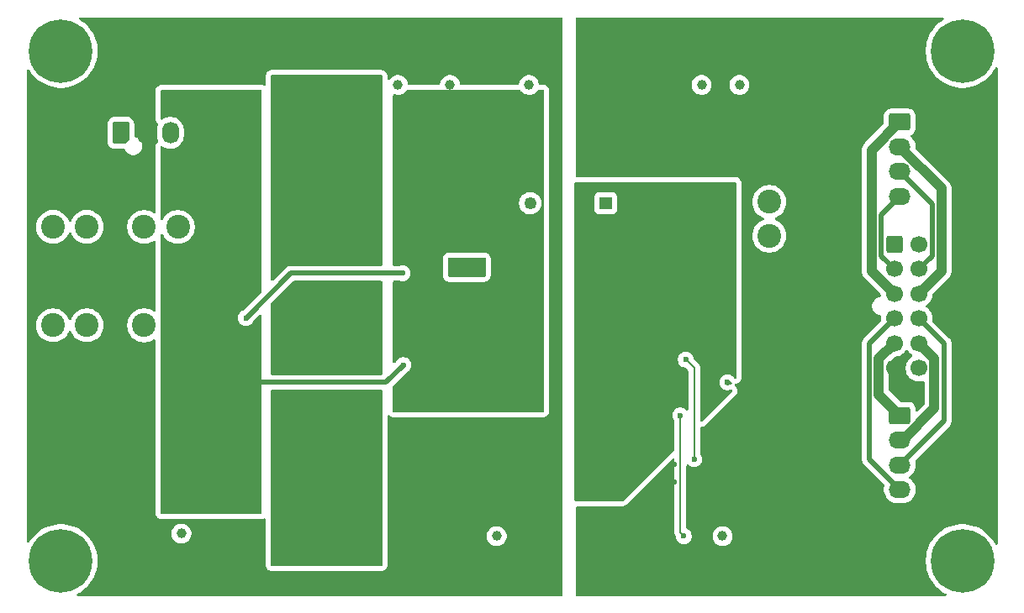
<source format=gbr>
%TF.GenerationSoftware,KiCad,Pcbnew,9.0.4*%
%TF.CreationDate,2025-10-24T20:56:16-05:00*%
%TF.ProjectId,ActivePrecharge RevB,41637469-7665-4507-9265-636861726765,rev?*%
%TF.SameCoordinates,Original*%
%TF.FileFunction,Copper,L2,Bot*%
%TF.FilePolarity,Positive*%
%FSLAX46Y46*%
G04 Gerber Fmt 4.6, Leading zero omitted, Abs format (unit mm)*
G04 Created by KiCad (PCBNEW 9.0.4) date 2025-10-24 20:56:16*
%MOMM*%
%LPD*%
G01*
G04 APERTURE LIST*
G04 Aperture macros list*
%AMRoundRect*
0 Rectangle with rounded corners*
0 $1 Rounding radius*
0 $2 $3 $4 $5 $6 $7 $8 $9 X,Y pos of 4 corners*
0 Add a 4 corners polygon primitive as box body*
4,1,4,$2,$3,$4,$5,$6,$7,$8,$9,$2,$3,0*
0 Add four circle primitives for the rounded corners*
1,1,$1+$1,$2,$3*
1,1,$1+$1,$4,$5*
1,1,$1+$1,$6,$7*
1,1,$1+$1,$8,$9*
0 Add four rect primitives between the rounded corners*
20,1,$1+$1,$2,$3,$4,$5,0*
20,1,$1+$1,$4,$5,$6,$7,0*
20,1,$1+$1,$6,$7,$8,$9,0*
20,1,$1+$1,$8,$9,$2,$3,0*%
%AMFreePoly0*
4,1,22,0.945671,0.830970,1.026777,0.776777,1.080970,0.695671,1.100000,0.600000,1.100000,-0.600000,1.080970,-0.695671,1.026777,-0.776777,0.945671,-0.830970,0.850000,-0.850000,-0.596447,-0.850000,-0.692118,-0.830970,-0.773224,-0.776777,-1.026777,-0.523224,-1.080970,-0.442118,-1.100000,-0.346447,-1.100000,0.600000,-1.080970,0.695671,-1.026777,0.776777,-0.945671,0.830970,-0.850000,0.850000,
0.850000,0.850000,0.945671,0.830970,0.945671,0.830970,$1*%
G04 Aperture macros list end*
%TA.AperFunction,ComponentPad*%
%ADD10RoundRect,0.250000X-0.850000X-0.600000X0.850000X-0.600000X0.850000X0.600000X-0.850000X0.600000X0*%
%TD*%
%TA.AperFunction,ComponentPad*%
%ADD11O,2.200000X1.700000*%
%TD*%
%TA.AperFunction,ComponentPad*%
%ADD12C,1.000000*%
%TD*%
%TA.AperFunction,ComponentPad*%
%ADD13C,2.400000*%
%TD*%
%TA.AperFunction,ComponentPad*%
%ADD14RoundRect,0.250000X-0.600000X-0.600000X0.600000X-0.600000X0.600000X0.600000X-0.600000X0.600000X0*%
%TD*%
%TA.AperFunction,ComponentPad*%
%ADD15C,1.700000*%
%TD*%
%TA.AperFunction,ComponentPad*%
%ADD16C,3.600000*%
%TD*%
%TA.AperFunction,ConnectorPad*%
%ADD17C,6.400000*%
%TD*%
%TA.AperFunction,ComponentPad*%
%ADD18R,1.250000X1.250000*%
%TD*%
%TA.AperFunction,ComponentPad*%
%ADD19C,1.250000*%
%TD*%
%TA.AperFunction,ComponentPad*%
%ADD20FreePoly0,90.000000*%
%TD*%
%TA.AperFunction,ComponentPad*%
%ADD21O,1.700000X2.200000*%
%TD*%
%TA.AperFunction,ViaPad*%
%ADD22C,0.600000*%
%TD*%
%TA.AperFunction,Conductor*%
%ADD23C,0.500000*%
%TD*%
%TA.AperFunction,Conductor*%
%ADD24C,0.200000*%
%TD*%
%TA.AperFunction,Conductor*%
%ADD25C,1.000000*%
%TD*%
G04 APERTURE END LIST*
D10*
%TO.P,MainCont,1,Con+(24V)*%
%TO.N,/Main+*%
X188352120Y-100314880D03*
D11*
%TO.P,MainCont,2,Con-*%
%TO.N,/Main-*%
X188352120Y-102814880D03*
%TO.P,MainCont,3,Sense-*%
%TO.N,/MainSense-*%
X188352120Y-105314880D03*
%TO.P,MainCont,4,Sense+(24V)*%
%TO.N,/MainSense+*%
X188352120Y-107814880D03*
%TD*%
D12*
%TO.P,LVGND,1,1*%
%TO.N,LVGND*%
X173950000Y-112500000D03*
%TD*%
D13*
%TO.P,F2,1*%
%TO.N,Net-(J1-Pin_3)*%
X115650000Y-81330000D03*
X112250000Y-81330000D03*
%TO.P,F2,2*%
%TO.N,HV-*%
X115650000Y-91250000D03*
X112250000Y-91250000D03*
%TD*%
D12*
%TO.P,V1,1,1*%
%TO.N,/Voltage_Sense/V1*%
X172200000Y-67000000D03*
%TD*%
D14*
%TO.P,Export,1,Pin_1*%
%TO.N,Net-(J2-Pin_1)*%
X187787120Y-83064880D03*
D15*
%TO.P,Export,2,Pin_2*%
%TO.N,/PreSense+*%
X187787120Y-85564880D03*
%TO.P,Export,3,Pin_3*%
%TO.N,/Pre+*%
X187787120Y-88064880D03*
%TO.P,Export,4,Pin_4*%
%TO.N,/MainSense+*%
X187787120Y-90564880D03*
%TO.P,Export,5,Pin_5*%
%TO.N,/Main+*%
X187787120Y-93064880D03*
%TO.P,Export,6,Pin_6*%
%TO.N,LVGND*%
X187787120Y-95564880D03*
%TO.P,Export,7,Pin_7*%
%TO.N,/VOut1*%
X190287120Y-83064880D03*
%TO.P,Export,8,Pin_8*%
%TO.N,/PreSense-*%
X190287120Y-85564880D03*
%TO.P,Export,9,Pin_9*%
%TO.N,/Pre-*%
X190287120Y-88064880D03*
%TO.P,Export,10,Pin_10*%
%TO.N,/MainSense-*%
X190287120Y-90564880D03*
%TO.P,Export,11,Pin_11*%
%TO.N,/Main-*%
X190287120Y-93064880D03*
%TO.P,Export,12,Pin_12*%
%TO.N,/VOut2*%
X190287120Y-95564880D03*
%TD*%
D16*
%TO.P,H4,1,1*%
%TO.N,unconnected-(H4-Pad1)_2*%
X194660000Y-115000000D03*
D17*
%TO.N,unconnected-(H4-Pad1)*%
X194660000Y-115000000D03*
%TD*%
D13*
%TO.P,F1,1*%
%TO.N,Net-(J1-Pin_1)*%
X106478633Y-81325000D03*
X103078633Y-81325000D03*
%TO.P,F1,2*%
%TO.N,Net-(D1-A)*%
X106478633Y-91245000D03*
X103078633Y-91245000D03*
%TD*%
D12*
%TO.P,3V3,1,1*%
%TO.N,3V3*%
X168400000Y-67000000D03*
%TD*%
%TO.P,REG_3V3,1,1*%
%TO.N,REG_3V3*%
X143050000Y-67000000D03*
%TD*%
%TO.P,HV+,1,1*%
%TO.N,HV+*%
X116000000Y-112250000D03*
%TD*%
%TO.P,HV-,1,1*%
%TO.N,HV-*%
X116000000Y-108750000D03*
%TD*%
%TO.P,ISO_5V,1,1*%
%TO.N,ISO_5V*%
X151000000Y-67000000D03*
%TD*%
D16*
%TO.P,H1,1,1*%
%TO.N,unconnected-(H1-Pad1)*%
X103850000Y-63600000D03*
D17*
%TO.N,unconnected-(H1-Pad1)_1*%
X103850000Y-63600000D03*
%TD*%
D18*
%TO.P,PS1,1,-VIN*%
%TO.N,LVGND*%
X158740000Y-78925000D03*
D19*
%TO.P,PS1,2,+VIN*%
%TO.N,3V3*%
X156200000Y-78925000D03*
%TO.P,PS1,3,-VOUT*%
%TO.N,HVGND*%
X153660000Y-78925000D03*
%TO.P,PS1,4,+VOUT*%
%TO.N,ISO_5V*%
X151120000Y-78925000D03*
%TD*%
D13*
%TO.P,F3,1*%
%TO.N,3V3*%
X165290000Y-78800000D03*
X165290000Y-82200000D03*
%TO.P,F3,2*%
%TO.N,Net-(J2-Pin_1)*%
X175210000Y-78800000D03*
X175210000Y-82200000D03*
%TD*%
D12*
%TO.P,Vin2,1,1*%
%TO.N,/Voltage_Sense/Vin2*%
X147750000Y-112500000D03*
%TD*%
%TO.P,HVGND,1,1*%
%TO.N,HVGND*%
X110050000Y-112250000D03*
%TD*%
%TO.P,V2,1,1*%
%TO.N,/Voltage_Sense/V2*%
X170500000Y-112500000D03*
%TD*%
D20*
%TO.P,HVConnector,1,Pin_1*%
%TO.N,Net-(J1-Pin_1)*%
X109900000Y-71825000D03*
D21*
%TO.P,HVConnector,2,Pin_2*%
%TO.N,HVGND*%
X112400000Y-71825000D03*
%TO.P,HVConnector,3,Pin_3*%
%TO.N,Net-(J1-Pin_3)*%
X114900000Y-71825000D03*
%TD*%
D16*
%TO.P,H2,1,1*%
%TO.N,unconnected-(H2-Pad1)_1*%
X194660000Y-63600000D03*
D17*
%TO.N,unconnected-(H2-Pad1)_2*%
X194660000Y-63600000D03*
%TD*%
D10*
%TO.P,PreCont,1,Con+(24V)*%
%TO.N,/Pre+*%
X188342120Y-70754880D03*
D11*
%TO.P,PreCont,2,Con-*%
%TO.N,/Pre-*%
X188342120Y-73254880D03*
%TO.P,PreCont,3,Sense-*%
%TO.N,/PreSense-*%
X188342120Y-75754880D03*
%TO.P,PreCont,4,Sense+(24V)*%
%TO.N,/PreSense+*%
X188342120Y-78254880D03*
%TD*%
D16*
%TO.P,H3,1,1*%
%TO.N,unconnected-(H3-Pad1)*%
X103850000Y-115000000D03*
D17*
%TO.N,unconnected-(H3-Pad1)_1*%
X103850000Y-115000000D03*
%TD*%
D12*
%TO.P,Vin1,1,1*%
%TO.N,/Voltage_Sense/Vin1*%
X137800000Y-67000000D03*
%TD*%
D22*
%TO.N,REG_3V3*%
X149050000Y-87700000D03*
X141350000Y-77150000D03*
X148875000Y-96825000D03*
X140125000Y-77125000D03*
X141350000Y-79050000D03*
%TO.N,LVGND*%
X171000000Y-97000000D03*
X181400000Y-97300000D03*
X164000000Y-117000000D03*
X160000000Y-62000000D03*
X162000000Y-117000000D03*
X185000000Y-117000000D03*
X158000000Y-117000000D03*
X192000000Y-105000000D03*
X165650000Y-105225000D03*
X184000000Y-62000000D03*
X178125000Y-99500000D03*
X160000000Y-117000000D03*
X182000000Y-62000000D03*
X192000000Y-109000000D03*
X181400000Y-94500000D03*
X158000000Y-62000000D03*
X165650000Y-107050000D03*
X176500000Y-99500000D03*
X183400000Y-97300000D03*
X192000000Y-107000000D03*
X183400000Y-94500000D03*
%TO.N,3V3*%
X168644000Y-97520000D03*
X165700000Y-95750000D03*
X161329448Y-107200000D03*
%TO.N,HV+*%
X138250000Y-86000000D03*
X122500000Y-90500000D03*
%TO.N,HV-*%
X117500000Y-97000000D03*
X115400000Y-103000000D03*
X115400000Y-97000000D03*
X119450000Y-103000000D03*
X117500000Y-103000000D03*
X138350000Y-95250000D03*
X119500000Y-97000000D03*
%TO.N,REG_0V8*%
X167635000Y-104750000D03*
X166800000Y-94700000D03*
%TO.N,/Voltage_Sense/V2*%
X166250000Y-100331500D03*
X166600000Y-112500000D03*
%TO.N,/HEAT_DISSIPATION*%
X133500000Y-94900000D03*
X127500000Y-108000000D03*
X130500000Y-87200000D03*
X130500000Y-73800000D03*
X127500000Y-87200000D03*
X127500000Y-84200000D03*
X130500000Y-99500000D03*
X133500000Y-111000000D03*
X133500000Y-99500000D03*
X133500000Y-84200000D03*
X127500000Y-73800000D03*
X127500000Y-111000000D03*
X130500000Y-108010000D03*
X133500000Y-70800000D03*
X133500000Y-87200000D03*
X127500000Y-70800000D03*
X127500000Y-94900000D03*
X130500000Y-94900000D03*
X127500000Y-99500000D03*
X130500000Y-84210000D03*
X130500000Y-70810000D03*
X133500000Y-73800000D03*
X130500000Y-111000000D03*
X133500000Y-108000000D03*
%TD*%
D23*
%TO.N,HV+*%
X127000000Y-86000000D02*
X138250000Y-86000000D01*
X122500000Y-90500000D02*
X127000000Y-86000000D01*
%TO.N,HV-*%
X119450000Y-97050000D02*
X119500000Y-97000000D01*
X136600000Y-97000000D02*
X138350000Y-95250000D01*
X119500000Y-97000000D02*
X136600000Y-97000000D01*
D24*
%TO.N,REG_0V8*%
X166800000Y-94700000D02*
X167635000Y-95535000D01*
X167635000Y-95535000D02*
X167635000Y-104750000D01*
%TO.N,/Voltage_Sense/V2*%
X166250000Y-112100000D02*
X166650000Y-112500000D01*
X166250000Y-100331500D02*
X166250000Y-112100000D01*
D23*
%TO.N,/MainSense-*%
X192789120Y-93066880D02*
X190287120Y-90564880D01*
X188352120Y-105314880D02*
X192789120Y-100877880D01*
X192789120Y-100877880D02*
X192789120Y-93066880D01*
D25*
%TO.N,/Main-*%
X188653964Y-102814880D02*
X191838120Y-99630724D01*
X188352120Y-102814880D02*
X188653964Y-102814880D01*
X191838120Y-99630724D02*
X191838120Y-94615880D01*
X191838120Y-94615880D02*
X190287120Y-93064880D01*
D23*
%TO.N,/PreSense+*%
X186486120Y-84263880D02*
X187787120Y-85564880D01*
X186486120Y-80110880D02*
X186486120Y-84263880D01*
X188342120Y-78254880D02*
X186486120Y-80110880D01*
%TO.N,/PreSense-*%
X188342120Y-75754880D02*
X191588120Y-79000880D01*
X191588120Y-79000880D02*
X191588120Y-84263880D01*
X191588120Y-84263880D02*
X190287120Y-85564880D01*
D25*
%TO.N,/Pre+*%
X185535120Y-73561880D02*
X185535120Y-85812880D01*
X188342120Y-70754880D02*
X185535120Y-73561880D01*
X185535120Y-85812880D02*
X187787120Y-88064880D01*
%TO.N,/Pre-*%
X192539120Y-85812880D02*
X190287120Y-88064880D01*
X188342120Y-73254880D02*
X192539120Y-77451880D01*
X192539120Y-77451880D02*
X192539120Y-85812880D01*
%TO.N,/Main+*%
X188352120Y-100314880D02*
X186236120Y-98198880D01*
X186236120Y-98198880D02*
X186236120Y-94615880D01*
X186236120Y-94615880D02*
X187787120Y-93064880D01*
D23*
%TO.N,/MainSense+*%
X185285120Y-104747880D02*
X185285120Y-93066880D01*
X185285120Y-93066880D02*
X187787120Y-90564880D01*
X188352120Y-107814880D02*
X185285120Y-104747880D01*
%TD*%
%TA.AperFunction,Conductor*%
%TO.N,HVGND*%
G36*
X154353039Y-60200185D02*
G01*
X154398794Y-60252989D01*
X154410000Y-60304500D01*
X154410000Y-118405500D01*
X154390315Y-118472539D01*
X154337511Y-118518294D01*
X154286000Y-118529500D01*
X105591882Y-118529500D01*
X105524843Y-118509815D01*
X105479088Y-118457011D01*
X105469144Y-118387853D01*
X105498169Y-118324297D01*
X105533429Y-118296142D01*
X105610668Y-118254856D01*
X105754732Y-118177853D01*
X106057044Y-117975854D01*
X106338101Y-117745197D01*
X106595197Y-117488101D01*
X106825854Y-117207044D01*
X107027853Y-116904732D01*
X107199247Y-116584076D01*
X107338386Y-116248164D01*
X107443930Y-115900233D01*
X107443932Y-115900223D01*
X107443935Y-115900212D01*
X107514862Y-115543630D01*
X107531372Y-115375998D01*
X107550500Y-115181794D01*
X107550500Y-114818206D01*
X107514862Y-114456369D01*
X107443935Y-114099787D01*
X107443932Y-114099776D01*
X107443931Y-114099773D01*
X107443930Y-114099767D01*
X107338386Y-113751836D01*
X107199247Y-113415924D01*
X107125063Y-113277136D01*
X107027859Y-113095279D01*
X107027858Y-113095277D01*
X107027853Y-113095268D01*
X106825854Y-112792956D01*
X106595197Y-112511899D01*
X106595196Y-112511898D01*
X106595192Y-112511893D01*
X106431842Y-112348543D01*
X114999499Y-112348543D01*
X115037947Y-112541829D01*
X115037950Y-112541839D01*
X115113364Y-112723907D01*
X115113371Y-112723920D01*
X115222860Y-112887781D01*
X115222863Y-112887785D01*
X115362214Y-113027136D01*
X115362218Y-113027139D01*
X115526079Y-113136628D01*
X115526092Y-113136635D01*
X115708160Y-113212049D01*
X115708165Y-113212051D01*
X115708169Y-113212051D01*
X115708170Y-113212052D01*
X115901456Y-113250500D01*
X115901459Y-113250500D01*
X116098543Y-113250500D01*
X116228582Y-113224632D01*
X116291835Y-113212051D01*
X116454187Y-113144803D01*
X116473907Y-113136635D01*
X116473907Y-113136634D01*
X116473914Y-113136632D01*
X116637782Y-113027139D01*
X116777139Y-112887782D01*
X116886632Y-112723914D01*
X116962051Y-112541835D01*
X116989974Y-112401459D01*
X117000500Y-112348543D01*
X117000500Y-112151456D01*
X116962052Y-111958170D01*
X116962051Y-111958169D01*
X116962051Y-111958165D01*
X116905708Y-111822140D01*
X116886635Y-111776092D01*
X116886628Y-111776079D01*
X116777139Y-111612218D01*
X116777136Y-111612214D01*
X116637785Y-111472863D01*
X116637781Y-111472860D01*
X116473920Y-111363371D01*
X116473907Y-111363364D01*
X116291839Y-111287950D01*
X116291829Y-111287947D01*
X116098543Y-111249500D01*
X116098541Y-111249500D01*
X115901459Y-111249500D01*
X115901457Y-111249500D01*
X115708170Y-111287947D01*
X115708160Y-111287950D01*
X115526092Y-111363364D01*
X115526079Y-111363371D01*
X115362218Y-111472860D01*
X115362214Y-111472863D01*
X115222863Y-111612214D01*
X115222860Y-111612218D01*
X115113371Y-111776079D01*
X115113364Y-111776092D01*
X115037950Y-111958160D01*
X115037947Y-111958170D01*
X114999500Y-112151456D01*
X114999500Y-112151459D01*
X114999500Y-112348541D01*
X114999500Y-112348543D01*
X114999499Y-112348543D01*
X106431842Y-112348543D01*
X106338107Y-112254808D01*
X106321551Y-112241221D01*
X106321550Y-112241220D01*
X106057049Y-112024150D01*
X106057048Y-112024149D01*
X106057044Y-112024146D01*
X105754732Y-111822147D01*
X105754727Y-111822144D01*
X105754720Y-111822140D01*
X105434083Y-111650756D01*
X105434078Y-111650754D01*
X105098165Y-111511614D01*
X104750223Y-111406067D01*
X104750212Y-111406064D01*
X104393630Y-111335137D01*
X104121111Y-111308296D01*
X104031794Y-111299500D01*
X103668206Y-111299500D01*
X103585679Y-111307628D01*
X103306369Y-111335137D01*
X102949787Y-111406064D01*
X102949776Y-111406067D01*
X102601834Y-111511614D01*
X102265921Y-111650754D01*
X102265916Y-111650756D01*
X101945279Y-111822140D01*
X101945261Y-111822151D01*
X101642964Y-112024140D01*
X101642950Y-112024150D01*
X101361893Y-112254807D01*
X101104807Y-112511893D01*
X100874150Y-112792950D01*
X100874140Y-112792964D01*
X100672149Y-113095264D01*
X100670855Y-113097424D01*
X100670467Y-113097781D01*
X100670456Y-113097799D01*
X100670451Y-113097796D01*
X100619503Y-113144803D01*
X100550688Y-113156897D01*
X100486258Y-113129868D01*
X100446670Y-113072296D01*
X100440500Y-113033669D01*
X100440500Y-91133549D01*
X101378133Y-91133549D01*
X101378133Y-91356450D01*
X101378134Y-91356466D01*
X101407227Y-91577452D01*
X101407228Y-91577457D01*
X101407229Y-91577463D01*
X101462722Y-91784566D01*
X101464923Y-91792780D01*
X101464926Y-91792790D01*
X101493194Y-91861034D01*
X101550228Y-91998726D01*
X101661685Y-92191774D01*
X101661690Y-92191780D01*
X101661691Y-92191782D01*
X101797384Y-92368622D01*
X101797390Y-92368629D01*
X101955003Y-92526242D01*
X101955010Y-92526248D01*
X101961525Y-92531247D01*
X102131859Y-92661948D01*
X102324907Y-92773405D01*
X102530852Y-92858710D01*
X102746170Y-92916404D01*
X102967176Y-92945500D01*
X102967183Y-92945500D01*
X103190083Y-92945500D01*
X103190090Y-92945500D01*
X103411096Y-92916404D01*
X103626414Y-92858710D01*
X103832359Y-92773405D01*
X104025407Y-92661948D01*
X104202257Y-92526247D01*
X104359880Y-92368624D01*
X104495581Y-92191774D01*
X104607038Y-91998726D01*
X104664072Y-91861034D01*
X104707913Y-91806631D01*
X104774207Y-91784566D01*
X104841906Y-91801845D01*
X104889517Y-91852982D01*
X104893194Y-91861034D01*
X104950228Y-91998726D01*
X105061685Y-92191774D01*
X105061690Y-92191780D01*
X105061691Y-92191782D01*
X105197384Y-92368622D01*
X105197390Y-92368629D01*
X105355003Y-92526242D01*
X105355010Y-92526248D01*
X105361525Y-92531247D01*
X105531859Y-92661948D01*
X105724907Y-92773405D01*
X105930852Y-92858710D01*
X106146170Y-92916404D01*
X106367176Y-92945500D01*
X106367183Y-92945500D01*
X106590083Y-92945500D01*
X106590090Y-92945500D01*
X106811096Y-92916404D01*
X107026414Y-92858710D01*
X107232359Y-92773405D01*
X107425407Y-92661948D01*
X107602257Y-92526247D01*
X107759880Y-92368624D01*
X107895581Y-92191774D01*
X108007038Y-91998726D01*
X108092343Y-91792781D01*
X108150037Y-91577463D01*
X108179133Y-91356457D01*
X108179133Y-91133543D01*
X108150037Y-90912537D01*
X108092343Y-90697219D01*
X108007038Y-90491274D01*
X107895581Y-90298226D01*
X107856500Y-90247294D01*
X107759881Y-90121377D01*
X107759875Y-90121370D01*
X107602262Y-89963757D01*
X107602255Y-89963751D01*
X107425415Y-89828058D01*
X107425413Y-89828057D01*
X107425407Y-89828052D01*
X107232359Y-89716595D01*
X107232355Y-89716593D01*
X107026423Y-89631293D01*
X107026416Y-89631291D01*
X107026414Y-89631290D01*
X106811096Y-89573596D01*
X106811090Y-89573595D01*
X106811085Y-89573594D01*
X106590099Y-89544501D01*
X106590096Y-89544500D01*
X106590090Y-89544500D01*
X106367176Y-89544500D01*
X106367170Y-89544500D01*
X106367166Y-89544501D01*
X106146180Y-89573594D01*
X106146173Y-89573595D01*
X106146170Y-89573596D01*
X105930852Y-89631290D01*
X105930842Y-89631293D01*
X105724910Y-89716593D01*
X105724906Y-89716595D01*
X105531859Y-89828052D01*
X105531850Y-89828058D01*
X105355010Y-89963751D01*
X105355003Y-89963757D01*
X105197390Y-90121370D01*
X105197384Y-90121377D01*
X105061691Y-90298217D01*
X105061685Y-90298226D01*
X104950228Y-90491273D01*
X104950226Y-90491277D01*
X104893194Y-90628965D01*
X104849353Y-90683368D01*
X104783059Y-90705433D01*
X104715359Y-90688154D01*
X104667749Y-90637016D01*
X104664072Y-90628965D01*
X104609109Y-90496274D01*
X104607038Y-90491274D01*
X104495581Y-90298226D01*
X104456500Y-90247294D01*
X104359881Y-90121377D01*
X104359875Y-90121370D01*
X104202262Y-89963757D01*
X104202255Y-89963751D01*
X104025415Y-89828058D01*
X104025413Y-89828057D01*
X104025407Y-89828052D01*
X103832359Y-89716595D01*
X103832355Y-89716593D01*
X103626423Y-89631293D01*
X103626416Y-89631291D01*
X103626414Y-89631290D01*
X103411096Y-89573596D01*
X103411090Y-89573595D01*
X103411085Y-89573594D01*
X103190099Y-89544501D01*
X103190096Y-89544500D01*
X103190090Y-89544500D01*
X102967176Y-89544500D01*
X102967170Y-89544500D01*
X102967166Y-89544501D01*
X102746180Y-89573594D01*
X102746173Y-89573595D01*
X102746170Y-89573596D01*
X102530852Y-89631290D01*
X102530842Y-89631293D01*
X102324910Y-89716593D01*
X102324906Y-89716595D01*
X102131859Y-89828052D01*
X102131850Y-89828058D01*
X101955010Y-89963751D01*
X101955003Y-89963757D01*
X101797390Y-90121370D01*
X101797384Y-90121377D01*
X101661691Y-90298217D01*
X101661685Y-90298226D01*
X101550228Y-90491273D01*
X101550226Y-90491277D01*
X101464926Y-90697209D01*
X101464923Y-90697219D01*
X101407230Y-90912534D01*
X101407227Y-90912547D01*
X101378134Y-91133533D01*
X101378133Y-91133549D01*
X100440500Y-91133549D01*
X100440500Y-81213549D01*
X101378133Y-81213549D01*
X101378133Y-81436450D01*
X101378134Y-81436466D01*
X101407227Y-81657452D01*
X101407228Y-81657457D01*
X101407229Y-81657463D01*
X101462722Y-81864566D01*
X101464923Y-81872780D01*
X101464926Y-81872790D01*
X101493194Y-81941034D01*
X101550228Y-82078726D01*
X101661685Y-82271774D01*
X101661690Y-82271780D01*
X101661691Y-82271782D01*
X101797384Y-82448622D01*
X101797390Y-82448629D01*
X101955003Y-82606242D01*
X101955010Y-82606248D01*
X101961525Y-82611247D01*
X102131859Y-82741948D01*
X102324907Y-82853405D01*
X102530852Y-82938710D01*
X102746170Y-82996404D01*
X102967176Y-83025500D01*
X102967183Y-83025500D01*
X103190083Y-83025500D01*
X103190090Y-83025500D01*
X103411096Y-82996404D01*
X103626414Y-82938710D01*
X103832359Y-82853405D01*
X104025407Y-82741948D01*
X104202257Y-82606247D01*
X104359880Y-82448624D01*
X104495581Y-82271774D01*
X104607038Y-82078726D01*
X104664072Y-81941034D01*
X104707913Y-81886631D01*
X104774207Y-81864566D01*
X104841906Y-81881845D01*
X104889517Y-81932982D01*
X104893194Y-81941034D01*
X104950228Y-82078726D01*
X105061685Y-82271774D01*
X105061690Y-82271780D01*
X105061691Y-82271782D01*
X105197384Y-82448622D01*
X105197390Y-82448629D01*
X105355003Y-82606242D01*
X105355010Y-82606248D01*
X105361525Y-82611247D01*
X105531859Y-82741948D01*
X105724907Y-82853405D01*
X105930852Y-82938710D01*
X106146170Y-82996404D01*
X106367176Y-83025500D01*
X106367183Y-83025500D01*
X106590083Y-83025500D01*
X106590090Y-83025500D01*
X106811096Y-82996404D01*
X107026414Y-82938710D01*
X107232359Y-82853405D01*
X107425407Y-82741948D01*
X107602257Y-82606247D01*
X107759880Y-82448624D01*
X107895581Y-82271774D01*
X108007038Y-82078726D01*
X108092343Y-81872781D01*
X108150037Y-81657463D01*
X108179133Y-81436457D01*
X108179133Y-81218549D01*
X110549500Y-81218549D01*
X110549500Y-81441450D01*
X110549501Y-81441466D01*
X110578594Y-81662452D01*
X110578595Y-81662457D01*
X110578596Y-81662463D01*
X110634953Y-81872790D01*
X110636290Y-81877780D01*
X110636293Y-81877790D01*
X110662490Y-81941034D01*
X110721595Y-82083726D01*
X110833052Y-82276774D01*
X110833057Y-82276780D01*
X110833058Y-82276782D01*
X110968751Y-82453622D01*
X110968757Y-82453629D01*
X111126370Y-82611242D01*
X111126376Y-82611247D01*
X111303226Y-82746948D01*
X111496274Y-82858405D01*
X111702219Y-82943710D01*
X111917537Y-83001404D01*
X112138543Y-83030500D01*
X112138550Y-83030500D01*
X112361450Y-83030500D01*
X112361457Y-83030500D01*
X112582463Y-83001404D01*
X112797781Y-82943710D01*
X113003726Y-82858405D01*
X113196774Y-82746948D01*
X113196790Y-82746935D01*
X113200151Y-82744691D01*
X113201016Y-82745986D01*
X113260145Y-82723107D01*
X113328594Y-82737125D01*
X113378599Y-82785924D01*
X113394500Y-82846674D01*
X113394500Y-89733325D01*
X113374815Y-89800364D01*
X113322011Y-89846119D01*
X113252853Y-89856063D01*
X113200902Y-89834184D01*
X113200151Y-89835309D01*
X113196780Y-89833057D01*
X113196774Y-89833052D01*
X113003726Y-89721595D01*
X113003722Y-89721593D01*
X112797790Y-89636293D01*
X112797783Y-89636291D01*
X112797781Y-89636290D01*
X112582463Y-89578596D01*
X112582457Y-89578595D01*
X112582452Y-89578594D01*
X112361466Y-89549501D01*
X112361463Y-89549500D01*
X112361457Y-89549500D01*
X112138543Y-89549500D01*
X112138537Y-89549500D01*
X112138533Y-89549501D01*
X111917547Y-89578594D01*
X111917540Y-89578595D01*
X111917537Y-89578596D01*
X111720879Y-89631290D01*
X111702219Y-89636290D01*
X111702209Y-89636293D01*
X111496277Y-89721593D01*
X111496273Y-89721595D01*
X111303226Y-89833052D01*
X111303217Y-89833058D01*
X111126377Y-89968751D01*
X111126370Y-89968757D01*
X110968757Y-90126370D01*
X110968751Y-90126377D01*
X110833058Y-90303217D01*
X110833052Y-90303226D01*
X110721595Y-90496273D01*
X110721593Y-90496277D01*
X110636293Y-90702209D01*
X110636290Y-90702219D01*
X110578597Y-90917534D01*
X110578594Y-90917547D01*
X110549501Y-91138533D01*
X110549500Y-91138549D01*
X110549500Y-91361450D01*
X110549501Y-91361466D01*
X110578594Y-91582452D01*
X110578595Y-91582457D01*
X110578596Y-91582463D01*
X110634953Y-91792790D01*
X110636290Y-91797780D01*
X110636293Y-91797790D01*
X110662490Y-91861034D01*
X110721595Y-92003726D01*
X110833052Y-92196774D01*
X110833057Y-92196780D01*
X110833058Y-92196782D01*
X110968751Y-92373622D01*
X110968757Y-92373629D01*
X111126370Y-92531242D01*
X111126376Y-92531247D01*
X111303226Y-92666948D01*
X111496274Y-92778405D01*
X111702219Y-92863710D01*
X111917537Y-92921404D01*
X112138543Y-92950500D01*
X112138550Y-92950500D01*
X112361450Y-92950500D01*
X112361457Y-92950500D01*
X112582463Y-92921404D01*
X112797781Y-92863710D01*
X113003726Y-92778405D01*
X113196774Y-92666948D01*
X113196790Y-92666935D01*
X113200151Y-92664691D01*
X113201016Y-92665986D01*
X113260145Y-92643107D01*
X113328594Y-92657125D01*
X113378599Y-92705924D01*
X113394500Y-92766674D01*
X113394500Y-110176000D01*
X113394501Y-110176009D01*
X113406052Y-110283450D01*
X113406054Y-110283462D01*
X113417260Y-110334972D01*
X113451383Y-110437497D01*
X113451386Y-110437503D01*
X113529171Y-110558537D01*
X113529179Y-110558548D01*
X113574923Y-110611340D01*
X113574926Y-110611343D01*
X113574930Y-110611347D01*
X113683664Y-110705567D01*
X113683667Y-110705568D01*
X113683668Y-110705569D01*
X113777925Y-110748616D01*
X113814541Y-110765338D01*
X113881580Y-110785023D01*
X113881584Y-110785024D01*
X114024000Y-110805500D01*
X114024003Y-110805500D01*
X123975990Y-110805500D01*
X123976000Y-110805500D01*
X124083456Y-110793947D01*
X124134967Y-110782741D01*
X124169197Y-110771347D01*
X124237497Y-110748616D01*
X124237501Y-110748613D01*
X124237504Y-110748613D01*
X124303460Y-110706224D01*
X124370499Y-110686540D01*
X124437539Y-110706224D01*
X124483294Y-110759028D01*
X124494500Y-110810540D01*
X124494500Y-115376000D01*
X124494501Y-115376009D01*
X124506052Y-115483450D01*
X124506054Y-115483462D01*
X124517260Y-115534972D01*
X124551383Y-115637497D01*
X124551386Y-115637503D01*
X124629171Y-115758537D01*
X124629179Y-115758548D01*
X124674923Y-115811340D01*
X124674926Y-115811343D01*
X124674930Y-115811347D01*
X124783664Y-115905567D01*
X124783667Y-115905568D01*
X124783668Y-115905569D01*
X124877925Y-115948616D01*
X124914541Y-115965338D01*
X124981580Y-115985023D01*
X124981584Y-115985024D01*
X125124000Y-116005500D01*
X125124003Y-116005500D01*
X136125990Y-116005500D01*
X136126000Y-116005500D01*
X136233456Y-115993947D01*
X136284967Y-115982741D01*
X136319197Y-115971347D01*
X136387497Y-115948616D01*
X136387501Y-115948613D01*
X136387504Y-115948613D01*
X136508543Y-115870825D01*
X136561347Y-115825070D01*
X136655567Y-115716336D01*
X136715338Y-115585459D01*
X136735023Y-115518420D01*
X136735024Y-115518416D01*
X136755500Y-115376000D01*
X136755500Y-112598543D01*
X146749499Y-112598543D01*
X146787947Y-112791829D01*
X146787950Y-112791839D01*
X146863364Y-112973907D01*
X146863371Y-112973920D01*
X146972860Y-113137781D01*
X146972863Y-113137785D01*
X147112214Y-113277136D01*
X147112218Y-113277139D01*
X147276079Y-113386628D01*
X147276092Y-113386635D01*
X147458160Y-113462049D01*
X147458165Y-113462051D01*
X147458169Y-113462051D01*
X147458170Y-113462052D01*
X147651456Y-113500500D01*
X147651459Y-113500500D01*
X147848543Y-113500500D01*
X147978582Y-113474632D01*
X148041835Y-113462051D01*
X148223914Y-113386632D01*
X148387782Y-113277139D01*
X148527139Y-113137782D01*
X148636632Y-112973914D01*
X148712051Y-112791835D01*
X148750500Y-112598541D01*
X148750500Y-112401459D01*
X148750500Y-112401456D01*
X148712052Y-112208170D01*
X148712051Y-112208169D01*
X148712051Y-112208165D01*
X148688562Y-112151456D01*
X148636635Y-112026092D01*
X148636628Y-112026079D01*
X148527139Y-111862218D01*
X148527136Y-111862214D01*
X148387785Y-111722863D01*
X148387781Y-111722860D01*
X148223920Y-111613371D01*
X148223907Y-111613364D01*
X148041839Y-111537950D01*
X148041829Y-111537947D01*
X147848543Y-111499500D01*
X147848541Y-111499500D01*
X147651459Y-111499500D01*
X147651457Y-111499500D01*
X147458170Y-111537947D01*
X147458160Y-111537950D01*
X147276092Y-111613364D01*
X147276079Y-111613371D01*
X147112218Y-111722860D01*
X147112214Y-111722863D01*
X146972863Y-111862214D01*
X146972860Y-111862218D01*
X146863371Y-112026079D01*
X146863364Y-112026092D01*
X146787950Y-112208160D01*
X146787947Y-112208170D01*
X146749500Y-112401456D01*
X146749500Y-112401459D01*
X146749500Y-112598541D01*
X146749500Y-112598543D01*
X146749499Y-112598543D01*
X136755500Y-112598543D01*
X136755500Y-100390568D01*
X136775185Y-100323529D01*
X136827989Y-100277774D01*
X136897147Y-100267830D01*
X136960703Y-100296855D01*
X136973216Y-100309369D01*
X136974930Y-100311347D01*
X137083664Y-100405567D01*
X137083667Y-100405568D01*
X137083668Y-100405569D01*
X137177925Y-100448616D01*
X137214541Y-100465338D01*
X137281580Y-100485023D01*
X137281584Y-100485024D01*
X137424000Y-100505500D01*
X137424003Y-100505500D01*
X152415990Y-100505500D01*
X152416000Y-100505500D01*
X152523456Y-100493947D01*
X152574967Y-100482741D01*
X152609197Y-100471347D01*
X152677497Y-100448616D01*
X152677501Y-100448613D01*
X152677504Y-100448613D01*
X152798543Y-100370825D01*
X152851347Y-100325070D01*
X152945567Y-100216336D01*
X153005338Y-100085459D01*
X153025023Y-100018420D01*
X153025024Y-100018416D01*
X153045500Y-99876000D01*
X153045500Y-79058061D01*
X153043941Y-79018391D01*
X153042414Y-78998993D01*
X153040859Y-78985853D01*
X153040000Y-78971280D01*
X153040000Y-78878710D01*
X153040860Y-78864133D01*
X153042414Y-78851004D01*
X153043941Y-78831604D01*
X153045500Y-78791949D01*
X153045500Y-67624010D01*
X153045500Y-67624000D01*
X153033947Y-67516544D01*
X153022741Y-67465033D01*
X153022637Y-67464722D01*
X152988616Y-67362502D01*
X152988613Y-67362496D01*
X152937950Y-67283664D01*
X152910825Y-67241457D01*
X152910820Y-67241451D01*
X152865076Y-67188659D01*
X152865072Y-67188656D01*
X152865070Y-67188653D01*
X152756336Y-67094433D01*
X152756333Y-67094431D01*
X152756331Y-67094430D01*
X152625465Y-67034664D01*
X152625460Y-67034662D01*
X152625459Y-67034662D01*
X152558420Y-67014977D01*
X152558422Y-67014977D01*
X152558417Y-67014976D01*
X152496347Y-67006052D01*
X152416000Y-66994500D01*
X152415998Y-66994500D01*
X152120771Y-66994500D01*
X152053732Y-66974815D01*
X152007977Y-66922011D01*
X151999154Y-66894691D01*
X151962052Y-66708172D01*
X151962051Y-66708165D01*
X151962049Y-66708160D01*
X151886635Y-66526092D01*
X151886628Y-66526079D01*
X151777139Y-66362218D01*
X151777136Y-66362214D01*
X151637785Y-66222863D01*
X151637781Y-66222860D01*
X151473920Y-66113371D01*
X151473907Y-66113364D01*
X151291839Y-66037950D01*
X151291829Y-66037947D01*
X151098543Y-65999500D01*
X151098541Y-65999500D01*
X150901459Y-65999500D01*
X150901457Y-65999500D01*
X150708170Y-66037947D01*
X150708160Y-66037950D01*
X150526092Y-66113364D01*
X150526079Y-66113371D01*
X150362218Y-66222860D01*
X150362214Y-66222863D01*
X150222863Y-66362214D01*
X150222860Y-66362218D01*
X150113371Y-66526079D01*
X150113364Y-66526092D01*
X150037950Y-66708160D01*
X150037947Y-66708172D01*
X150000846Y-66894691D01*
X149968461Y-66956602D01*
X149907745Y-66991176D01*
X149879229Y-66994500D01*
X144170771Y-66994500D01*
X144103732Y-66974815D01*
X144057977Y-66922011D01*
X144049154Y-66894691D01*
X144012052Y-66708172D01*
X144012051Y-66708165D01*
X144012049Y-66708160D01*
X143936635Y-66526092D01*
X143936628Y-66526079D01*
X143827139Y-66362218D01*
X143827136Y-66362214D01*
X143687785Y-66222863D01*
X143687781Y-66222860D01*
X143523920Y-66113371D01*
X143523907Y-66113364D01*
X143341839Y-66037950D01*
X143341829Y-66037947D01*
X143148543Y-65999500D01*
X143148541Y-65999500D01*
X142951459Y-65999500D01*
X142951457Y-65999500D01*
X142758170Y-66037947D01*
X142758160Y-66037950D01*
X142576092Y-66113364D01*
X142576079Y-66113371D01*
X142412218Y-66222860D01*
X142412214Y-66222863D01*
X142272863Y-66362214D01*
X142272860Y-66362218D01*
X142163371Y-66526079D01*
X142163364Y-66526092D01*
X142087950Y-66708160D01*
X142087947Y-66708172D01*
X142050846Y-66894691D01*
X142018461Y-66956602D01*
X141957745Y-66991176D01*
X141929229Y-66994500D01*
X138920771Y-66994500D01*
X138853732Y-66974815D01*
X138807977Y-66922011D01*
X138799154Y-66894691D01*
X138762052Y-66708172D01*
X138762051Y-66708165D01*
X138762049Y-66708160D01*
X138686635Y-66526092D01*
X138686628Y-66526079D01*
X138577139Y-66362218D01*
X138577136Y-66362214D01*
X138437785Y-66222863D01*
X138437781Y-66222860D01*
X138273920Y-66113371D01*
X138273907Y-66113364D01*
X138091839Y-66037950D01*
X138091829Y-66037947D01*
X137898543Y-65999500D01*
X137898541Y-65999500D01*
X137701459Y-65999500D01*
X137701457Y-65999500D01*
X137508170Y-66037947D01*
X137508160Y-66037950D01*
X137326092Y-66113364D01*
X137326079Y-66113371D01*
X137162218Y-66222860D01*
X137162214Y-66222863D01*
X137022863Y-66362214D01*
X137022860Y-66362218D01*
X136982602Y-66422469D01*
X136928990Y-66467274D01*
X136859665Y-66475981D01*
X136796637Y-66445826D01*
X136759918Y-66386383D01*
X136755500Y-66353578D01*
X136755500Y-66124010D01*
X136755500Y-66124000D01*
X136743947Y-66016544D01*
X136732741Y-65965033D01*
X136732637Y-65964722D01*
X136698616Y-65862502D01*
X136698613Y-65862496D01*
X136620828Y-65741462D01*
X136620825Y-65741457D01*
X136620820Y-65741451D01*
X136575076Y-65688659D01*
X136575072Y-65688656D01*
X136575070Y-65688653D01*
X136466336Y-65594433D01*
X136466333Y-65594431D01*
X136466331Y-65594430D01*
X136335465Y-65534664D01*
X136335460Y-65534662D01*
X136335459Y-65534662D01*
X136268420Y-65514977D01*
X136268422Y-65514977D01*
X136268417Y-65514976D01*
X136206347Y-65506052D01*
X136126000Y-65494500D01*
X125124000Y-65494500D01*
X125123991Y-65494500D01*
X125123990Y-65494501D01*
X125016549Y-65506052D01*
X125016537Y-65506054D01*
X124965027Y-65517260D01*
X124862502Y-65551383D01*
X124862496Y-65551386D01*
X124741462Y-65629171D01*
X124741451Y-65629179D01*
X124688659Y-65674923D01*
X124594433Y-65783664D01*
X124594430Y-65783668D01*
X124534664Y-65914534D01*
X124514976Y-65981582D01*
X124509949Y-66016549D01*
X124494502Y-66123990D01*
X124494500Y-66124001D01*
X124494500Y-66982849D01*
X124474815Y-67049888D01*
X124422011Y-67095643D01*
X124352853Y-67105587D01*
X124318988Y-67095643D01*
X124185465Y-67034664D01*
X124185460Y-67034662D01*
X124185459Y-67034662D01*
X124118420Y-67014977D01*
X124118422Y-67014977D01*
X124118417Y-67014976D01*
X124056347Y-67006052D01*
X123976000Y-66994500D01*
X114024000Y-66994500D01*
X114023991Y-66994500D01*
X114023990Y-66994501D01*
X113916549Y-67006052D01*
X113916537Y-67006054D01*
X113865027Y-67017260D01*
X113762502Y-67051383D01*
X113762496Y-67051386D01*
X113641462Y-67129171D01*
X113641451Y-67129179D01*
X113588659Y-67174923D01*
X113494433Y-67283664D01*
X113494430Y-67283668D01*
X113434664Y-67414534D01*
X113414976Y-67481582D01*
X113409949Y-67516549D01*
X113394500Y-67624000D01*
X113394500Y-70388868D01*
X113404461Y-70470527D01*
X113409322Y-70510382D01*
X113409322Y-70510383D01*
X113410182Y-70513854D01*
X113423652Y-70568246D01*
X113467247Y-70682630D01*
X113551816Y-70799032D01*
X113551820Y-70799036D01*
X113551825Y-70799042D01*
X113600503Y-70849131D01*
X113600510Y-70849138D01*
X113600513Y-70849140D01*
X113600516Y-70849143D01*
X113629336Y-70871367D01*
X113670404Y-70927893D01*
X113674392Y-70997649D01*
X113664101Y-71025854D01*
X113648445Y-71056581D01*
X113582753Y-71258760D01*
X113549500Y-71468713D01*
X113549500Y-72181286D01*
X113578350Y-72363442D01*
X113582754Y-72391243D01*
X113646819Y-72588415D01*
X113648445Y-72593417D01*
X113663361Y-72622692D01*
X113676257Y-72691361D01*
X113649980Y-72756101D01*
X113634079Y-72772699D01*
X113588656Y-72812058D01*
X113494433Y-72920795D01*
X113494430Y-72920799D01*
X113434664Y-73051665D01*
X113414976Y-73118713D01*
X113394500Y-73261132D01*
X113394500Y-79813325D01*
X113374815Y-79880364D01*
X113322011Y-79926119D01*
X113252853Y-79936063D01*
X113200902Y-79914184D01*
X113200151Y-79915309D01*
X113196780Y-79913057D01*
X113196774Y-79913052D01*
X113003726Y-79801595D01*
X113003722Y-79801593D01*
X112797790Y-79716293D01*
X112797783Y-79716291D01*
X112797781Y-79716290D01*
X112582463Y-79658596D01*
X112582457Y-79658595D01*
X112582452Y-79658594D01*
X112361466Y-79629501D01*
X112361463Y-79629500D01*
X112361457Y-79629500D01*
X112138543Y-79629500D01*
X112138537Y-79629500D01*
X112138533Y-79629501D01*
X111917547Y-79658594D01*
X111917540Y-79658595D01*
X111917537Y-79658596D01*
X111720879Y-79711290D01*
X111702219Y-79716290D01*
X111702209Y-79716293D01*
X111496277Y-79801593D01*
X111496273Y-79801595D01*
X111303226Y-79913052D01*
X111303217Y-79913058D01*
X111126377Y-80048751D01*
X111126370Y-80048757D01*
X110968757Y-80206370D01*
X110968751Y-80206377D01*
X110833058Y-80383217D01*
X110833052Y-80383226D01*
X110721595Y-80576273D01*
X110721593Y-80576277D01*
X110636293Y-80782209D01*
X110636290Y-80782219D01*
X110578597Y-80997534D01*
X110578594Y-80997547D01*
X110549501Y-81218533D01*
X110549500Y-81218549D01*
X108179133Y-81218549D01*
X108179133Y-81213543D01*
X108150037Y-80992537D01*
X108092343Y-80777219D01*
X108007038Y-80571274D01*
X107895581Y-80378226D01*
X107856500Y-80327294D01*
X107759881Y-80201377D01*
X107759875Y-80201370D01*
X107602262Y-80043757D01*
X107602255Y-80043751D01*
X107425415Y-79908058D01*
X107425413Y-79908057D01*
X107425407Y-79908052D01*
X107232359Y-79796595D01*
X107232355Y-79796593D01*
X107026423Y-79711293D01*
X107026416Y-79711291D01*
X107026414Y-79711290D01*
X106811096Y-79653596D01*
X106811090Y-79653595D01*
X106811085Y-79653594D01*
X106590099Y-79624501D01*
X106590096Y-79624500D01*
X106590090Y-79624500D01*
X106367176Y-79624500D01*
X106367170Y-79624500D01*
X106367166Y-79624501D01*
X106146180Y-79653594D01*
X106146173Y-79653595D01*
X106146170Y-79653596D01*
X105930852Y-79711290D01*
X105930842Y-79711293D01*
X105724910Y-79796593D01*
X105724906Y-79796595D01*
X105531859Y-79908052D01*
X105531850Y-79908058D01*
X105355010Y-80043751D01*
X105355003Y-80043757D01*
X105197390Y-80201370D01*
X105197384Y-80201377D01*
X105061691Y-80378217D01*
X105061685Y-80378226D01*
X104950228Y-80571273D01*
X104950226Y-80571277D01*
X104893194Y-80708965D01*
X104849353Y-80763368D01*
X104783059Y-80785433D01*
X104715359Y-80768154D01*
X104667749Y-80717016D01*
X104664072Y-80708965D01*
X104609109Y-80576274D01*
X104607038Y-80571274D01*
X104495581Y-80378226D01*
X104456500Y-80327294D01*
X104359881Y-80201377D01*
X104359875Y-80201370D01*
X104202262Y-80043757D01*
X104202255Y-80043751D01*
X104025415Y-79908058D01*
X104025413Y-79908057D01*
X104025407Y-79908052D01*
X103832359Y-79796595D01*
X103832355Y-79796593D01*
X103626423Y-79711293D01*
X103626416Y-79711291D01*
X103626414Y-79711290D01*
X103411096Y-79653596D01*
X103411090Y-79653595D01*
X103411085Y-79653594D01*
X103190099Y-79624501D01*
X103190096Y-79624500D01*
X103190090Y-79624500D01*
X102967176Y-79624500D01*
X102967170Y-79624500D01*
X102967166Y-79624501D01*
X102746180Y-79653594D01*
X102746173Y-79653595D01*
X102746170Y-79653596D01*
X102530852Y-79711290D01*
X102530842Y-79711293D01*
X102324910Y-79796593D01*
X102324906Y-79796595D01*
X102131859Y-79908052D01*
X102131850Y-79908058D01*
X101955010Y-80043751D01*
X101955003Y-80043757D01*
X101797390Y-80201370D01*
X101797384Y-80201377D01*
X101661691Y-80378217D01*
X101661685Y-80378226D01*
X101550228Y-80571273D01*
X101550226Y-80571277D01*
X101464926Y-80777209D01*
X101464923Y-80777219D01*
X101407230Y-80992534D01*
X101407227Y-80992547D01*
X101378134Y-81213533D01*
X101378133Y-81213549D01*
X100440500Y-81213549D01*
X100440500Y-70975000D01*
X108539500Y-70975000D01*
X108539500Y-72675000D01*
X108542683Y-72707319D01*
X108549212Y-72773616D01*
X108568624Y-72871206D01*
X108568629Y-72871228D01*
X108581281Y-72920795D01*
X108582006Y-72923634D01*
X108644103Y-73053424D01*
X108644104Y-73053426D01*
X108644105Y-73053427D01*
X108687727Y-73118713D01*
X108699380Y-73136152D01*
X108731809Y-73179473D01*
X108838848Y-73275620D01*
X108921576Y-73330897D01*
X108968112Y-73358508D01*
X108968113Y-73358509D01*
X109103789Y-73406374D01*
X109103791Y-73406374D01*
X109103796Y-73406376D01*
X109201380Y-73425787D01*
X109300000Y-73435500D01*
X109300002Y-73435500D01*
X110200167Y-73435500D01*
X110267206Y-73455185D01*
X110312961Y-73507989D01*
X110314728Y-73512047D01*
X110348441Y-73593439D01*
X110447430Y-73741587D01*
X110573412Y-73867569D01*
X110573415Y-73867571D01*
X110721559Y-73966557D01*
X110886167Y-74034740D01*
X110886171Y-74034740D01*
X110886172Y-74034741D01*
X111060912Y-74069500D01*
X111060915Y-74069500D01*
X111239087Y-74069500D01*
X111356649Y-74046114D01*
X111413833Y-74034740D01*
X111578441Y-73966557D01*
X111726585Y-73867571D01*
X111852571Y-73741585D01*
X111951557Y-73593441D01*
X112019740Y-73428833D01*
X112031114Y-73371649D01*
X112054500Y-73254087D01*
X112054500Y-73075912D01*
X112019741Y-72901172D01*
X112019740Y-72901171D01*
X112019740Y-72901167D01*
X111951557Y-72736559D01*
X111852571Y-72588415D01*
X111852569Y-72588412D01*
X111726587Y-72462430D01*
X111620041Y-72391239D01*
X111578441Y-72363443D01*
X111413833Y-72295260D01*
X111413831Y-72295259D01*
X111413829Y-72295258D01*
X111360307Y-72284612D01*
X111298397Y-72252226D01*
X111263823Y-72191510D01*
X111260500Y-72162995D01*
X111260500Y-70975002D01*
X111250787Y-70876383D01*
X111250787Y-70876380D01*
X111231376Y-70778796D01*
X111217994Y-70726366D01*
X111155897Y-70596576D01*
X111100620Y-70513848D01*
X111068191Y-70470527D01*
X110961152Y-70374380D01*
X110878424Y-70319103D01*
X110878423Y-70319102D01*
X110831887Y-70291491D01*
X110831886Y-70291490D01*
X110696210Y-70243625D01*
X110696204Y-70243624D01*
X110648065Y-70234048D01*
X110598616Y-70224212D01*
X110524188Y-70216882D01*
X110500000Y-70214500D01*
X109300000Y-70214500D01*
X109278453Y-70216622D01*
X109201383Y-70224212D01*
X109103793Y-70243624D01*
X109103771Y-70243629D01*
X109051371Y-70257004D01*
X109051367Y-70257005D01*
X108921572Y-70319105D01*
X108838854Y-70374375D01*
X108838840Y-70374385D01*
X108795527Y-70406809D01*
X108699377Y-70513851D01*
X108699377Y-70513852D01*
X108644102Y-70596576D01*
X108616491Y-70643112D01*
X108616490Y-70643113D01*
X108568625Y-70778789D01*
X108568624Y-70778796D01*
X108549212Y-70876383D01*
X108543519Y-70934191D01*
X108539500Y-70975000D01*
X100440500Y-70975000D01*
X100440500Y-65566330D01*
X100460185Y-65499291D01*
X100512989Y-65453536D01*
X100582147Y-65443592D01*
X100645703Y-65472617D01*
X100670861Y-65502585D01*
X100672152Y-65504740D01*
X100874140Y-65807035D01*
X100874150Y-65807049D01*
X101104807Y-66088106D01*
X101361893Y-66345192D01*
X101361898Y-66345196D01*
X101361899Y-66345197D01*
X101642956Y-66575854D01*
X101945268Y-66777853D01*
X101945277Y-66777858D01*
X101945279Y-66777859D01*
X102265916Y-66949243D01*
X102265918Y-66949243D01*
X102265924Y-66949247D01*
X102601836Y-67088386D01*
X102949767Y-67193930D01*
X102949773Y-67193931D01*
X102949776Y-67193932D01*
X102949787Y-67193935D01*
X103306369Y-67264862D01*
X103668206Y-67300500D01*
X103668209Y-67300500D01*
X104031791Y-67300500D01*
X104031794Y-67300500D01*
X104393631Y-67264862D01*
X104511297Y-67241457D01*
X104750212Y-67193935D01*
X104750223Y-67193932D01*
X104750223Y-67193931D01*
X104750233Y-67193930D01*
X105098164Y-67088386D01*
X105434076Y-66949247D01*
X105754732Y-66777853D01*
X106057044Y-66575854D01*
X106338101Y-66345197D01*
X106595197Y-66088101D01*
X106825854Y-65807044D01*
X107027853Y-65504732D01*
X107199247Y-65184076D01*
X107338386Y-64848164D01*
X107443930Y-64500233D01*
X107443932Y-64500223D01*
X107443935Y-64500212D01*
X107514862Y-64143630D01*
X107550500Y-63781790D01*
X107550500Y-63418209D01*
X107514862Y-63056369D01*
X107443935Y-62699787D01*
X107443932Y-62699776D01*
X107443931Y-62699773D01*
X107443930Y-62699767D01*
X107338386Y-62351836D01*
X107199247Y-62015924D01*
X107027853Y-61695268D01*
X106825854Y-61392956D01*
X106595197Y-61111899D01*
X106595196Y-61111898D01*
X106595192Y-61111893D01*
X106338106Y-60854807D01*
X106057049Y-60624150D01*
X106057048Y-60624149D01*
X106057044Y-60624146D01*
X105754732Y-60422147D01*
X105739223Y-60413857D01*
X105689380Y-60364895D01*
X105673920Y-60296757D01*
X105697752Y-60231078D01*
X105753310Y-60188709D01*
X105797678Y-60180500D01*
X154286000Y-60180500D01*
X154353039Y-60200185D01*
G37*
%TD.AperFunction*%
%TD*%
%TA.AperFunction,Conductor*%
%TO.N,HVGND*%
G36*
X146593039Y-84419685D02*
G01*
X146638794Y-84472489D01*
X146650000Y-84524000D01*
X146650000Y-86226000D01*
X146630315Y-86293039D01*
X146577511Y-86338794D01*
X146526000Y-86350000D01*
X142974000Y-86350000D01*
X142906961Y-86330315D01*
X142861206Y-86277511D01*
X142850000Y-86226000D01*
X142850000Y-84524000D01*
X142869685Y-84456961D01*
X142922489Y-84411206D01*
X142974000Y-84400000D01*
X146526000Y-84400000D01*
X146593039Y-84419685D01*
G37*
%TD.AperFunction*%
%TD*%
%TA.AperFunction,Conductor*%
%TO.N,LVGND*%
G36*
X189054504Y-93732062D02*
G01*
X189061744Y-93731441D01*
X189086625Y-93744569D01*
X189112841Y-93754776D01*
X189120071Y-93762216D01*
X189123540Y-93764046D01*
X189137433Y-93780079D01*
X189257016Y-93944672D01*
X189407329Y-94094985D01*
X189407334Y-94094989D01*
X189571913Y-94214562D01*
X189614579Y-94269891D01*
X189620558Y-94339505D01*
X189587953Y-94401300D01*
X189571913Y-94415198D01*
X189407334Y-94534770D01*
X189407329Y-94534774D01*
X189257010Y-94685093D01*
X189132071Y-94857059D01*
X189035564Y-95046465D01*
X188969873Y-95248640D01*
X188936620Y-95458593D01*
X188936620Y-95671166D01*
X188969873Y-95881119D01*
X189035564Y-96083294D01*
X189132071Y-96272700D01*
X189257010Y-96444666D01*
X189407333Y-96594989D01*
X189579299Y-96719928D01*
X189579301Y-96719929D01*
X189579304Y-96719931D01*
X189768708Y-96816437D01*
X189970877Y-96882126D01*
X190180833Y-96915380D01*
X190180834Y-96915380D01*
X190393406Y-96915380D01*
X190393407Y-96915380D01*
X190603363Y-96882126D01*
X190675303Y-96858750D01*
X190745143Y-96856756D01*
X190804976Y-96892836D01*
X190835804Y-96955537D01*
X190837620Y-96976682D01*
X190837620Y-99164941D01*
X190817935Y-99231980D01*
X190801301Y-99252622D01*
X190164300Y-99889623D01*
X190102977Y-99923108D01*
X190033285Y-99918124D01*
X189977352Y-99876252D01*
X189952935Y-99810788D01*
X189952619Y-99801942D01*
X189952619Y-99664878D01*
X189952618Y-99664861D01*
X189942119Y-99562083D01*
X189942118Y-99562080D01*
X189892817Y-99413300D01*
X189886934Y-99395546D01*
X189794832Y-99246224D01*
X189670776Y-99122168D01*
X189521454Y-99030066D01*
X189354917Y-98974881D01*
X189354915Y-98974880D01*
X189252136Y-98964380D01*
X189252129Y-98964380D01*
X188467902Y-98964380D01*
X188400863Y-98944695D01*
X188380221Y-98928061D01*
X187272939Y-97820779D01*
X187239454Y-97759456D01*
X187236620Y-97733098D01*
X187236620Y-95081662D01*
X187256305Y-95014623D01*
X187272939Y-94993981D01*
X187409861Y-94857059D01*
X187815618Y-94451301D01*
X187876939Y-94417818D01*
X187892399Y-94415539D01*
X187893403Y-94415380D01*
X187893407Y-94415380D01*
X188103363Y-94382126D01*
X188305532Y-94316437D01*
X188494936Y-94219931D01*
X188516909Y-94203966D01*
X188666906Y-94094989D01*
X188666908Y-94094986D01*
X188666912Y-94094984D01*
X188817224Y-93944672D01*
X188936803Y-93780084D01*
X188959081Y-93762905D01*
X188979254Y-93743301D01*
X188986375Y-93741857D01*
X188992131Y-93737420D01*
X189020160Y-93735012D01*
X189047732Y-93729426D01*
X189054504Y-93732062D01*
G37*
%TD.AperFunction*%
%TA.AperFunction,Conductor*%
G36*
X192746001Y-60219685D02*
G01*
X192791756Y-60272489D01*
X192801700Y-60341647D01*
X192772675Y-60405203D01*
X192747855Y-60427100D01*
X192629120Y-60506436D01*
X192452964Y-60624140D01*
X192452950Y-60624150D01*
X192171893Y-60854807D01*
X191914807Y-61111893D01*
X191684150Y-61392950D01*
X191684140Y-61392964D01*
X191482151Y-61695261D01*
X191482140Y-61695279D01*
X191310756Y-62015916D01*
X191310754Y-62015921D01*
X191171614Y-62351834D01*
X191066067Y-62699776D01*
X191066064Y-62699787D01*
X190995137Y-63056369D01*
X190959500Y-63418209D01*
X190959500Y-63781790D01*
X190995137Y-64143630D01*
X191066064Y-64500212D01*
X191066067Y-64500223D01*
X191171614Y-64848165D01*
X191310754Y-65184078D01*
X191310756Y-65184083D01*
X191482140Y-65504720D01*
X191482151Y-65504738D01*
X191684140Y-65807035D01*
X191684150Y-65807049D01*
X191914807Y-66088106D01*
X192171893Y-66345192D01*
X192171898Y-66345196D01*
X192171899Y-66345197D01*
X192452956Y-66575854D01*
X192755268Y-66777853D01*
X192755277Y-66777858D01*
X192755279Y-66777859D01*
X193075916Y-66949243D01*
X193075918Y-66949243D01*
X193075924Y-66949247D01*
X193411836Y-67088386D01*
X193759767Y-67193930D01*
X193759773Y-67193931D01*
X193759776Y-67193932D01*
X193759787Y-67193935D01*
X194116369Y-67264862D01*
X194478206Y-67300500D01*
X194478209Y-67300500D01*
X194841791Y-67300500D01*
X194841794Y-67300500D01*
X195203631Y-67264862D01*
X195273045Y-67251054D01*
X195560212Y-67193935D01*
X195560223Y-67193932D01*
X195560223Y-67193931D01*
X195560233Y-67193930D01*
X195908164Y-67088386D01*
X196244076Y-66949247D01*
X196564732Y-66777853D01*
X196867044Y-66575854D01*
X197148101Y-66345197D01*
X197405197Y-66088101D01*
X197635854Y-65807044D01*
X197837853Y-65504732D01*
X197966142Y-65264720D01*
X198015104Y-65214876D01*
X198083242Y-65199415D01*
X198148921Y-65223247D01*
X198191290Y-65278804D01*
X198199500Y-65323173D01*
X198199500Y-113276826D01*
X198179815Y-113343865D01*
X198127011Y-113389620D01*
X198057853Y-113399564D01*
X197994297Y-113370539D01*
X197966142Y-113335279D01*
X197837859Y-113095279D01*
X197837858Y-113095277D01*
X197837853Y-113095268D01*
X197635854Y-112792956D01*
X197405197Y-112511899D01*
X197405196Y-112511898D01*
X197405192Y-112511893D01*
X197148106Y-112254807D01*
X196867049Y-112024150D01*
X196867048Y-112024149D01*
X196867044Y-112024146D01*
X196564732Y-111822147D01*
X196564727Y-111822144D01*
X196564720Y-111822140D01*
X196244083Y-111650756D01*
X196244078Y-111650754D01*
X195908165Y-111511614D01*
X195560223Y-111406067D01*
X195560212Y-111406064D01*
X195203630Y-111335137D01*
X194931111Y-111308296D01*
X194841794Y-111299500D01*
X194478206Y-111299500D01*
X194395679Y-111307628D01*
X194116369Y-111335137D01*
X193759787Y-111406064D01*
X193759776Y-111406067D01*
X193411834Y-111511614D01*
X193075921Y-111650754D01*
X193075916Y-111650756D01*
X192755279Y-111822140D01*
X192755261Y-111822151D01*
X192452964Y-112024140D01*
X192452950Y-112024150D01*
X192171893Y-112254807D01*
X191914807Y-112511893D01*
X191684150Y-112792950D01*
X191684140Y-112792964D01*
X191482151Y-113095261D01*
X191482140Y-113095279D01*
X191310756Y-113415916D01*
X191310754Y-113415921D01*
X191171614Y-113751834D01*
X191066067Y-114099776D01*
X191066064Y-114099787D01*
X190995137Y-114456369D01*
X190959500Y-114818209D01*
X190959500Y-115181790D01*
X190995137Y-115543630D01*
X191066064Y-115900212D01*
X191066067Y-115900223D01*
X191171614Y-116248165D01*
X191310754Y-116584078D01*
X191310756Y-116584083D01*
X191482140Y-116904720D01*
X191482151Y-116904738D01*
X191684140Y-117207035D01*
X191684150Y-117207049D01*
X191914807Y-117488106D01*
X192171893Y-117745192D01*
X192171898Y-117745196D01*
X192171899Y-117745197D01*
X192452956Y-117975854D01*
X192755268Y-118177853D01*
X192755277Y-118177858D01*
X192755279Y-118177859D01*
X192976571Y-118296142D01*
X193026415Y-118345104D01*
X193041876Y-118413242D01*
X193018044Y-118478921D01*
X192962487Y-118521290D01*
X192918118Y-118529500D01*
X155824000Y-118529500D01*
X155756961Y-118509815D01*
X155711206Y-118457011D01*
X155700000Y-118405500D01*
X155700000Y-109629500D01*
X155719685Y-109562461D01*
X155772489Y-109516706D01*
X155824000Y-109505500D01*
X160348640Y-109505500D01*
X160358786Y-109504955D01*
X160402678Y-109502603D01*
X160402686Y-109502602D01*
X160402688Y-109502602D01*
X160402689Y-109502602D01*
X160409682Y-109501849D01*
X160429036Y-109499769D01*
X160429046Y-109499767D01*
X160429049Y-109499767D01*
X160438648Y-109498211D01*
X160482448Y-109491114D01*
X160617257Y-109440832D01*
X160678580Y-109407347D01*
X160793761Y-109321123D01*
X165437819Y-104677065D01*
X165499142Y-104643580D01*
X165568834Y-104648564D01*
X165624767Y-104690436D01*
X165649184Y-104755900D01*
X165649500Y-104764746D01*
X165649500Y-112013330D01*
X165649499Y-112013348D01*
X165649499Y-112179054D01*
X165649498Y-112179054D01*
X165657300Y-112208170D01*
X165690423Y-112331785D01*
X165719360Y-112381904D01*
X165769480Y-112468716D01*
X165774253Y-112473489D01*
X165781868Y-112486198D01*
X165788934Y-112513395D01*
X165799069Y-112539606D01*
X165799500Y-112549930D01*
X165799500Y-112578846D01*
X165830261Y-112733489D01*
X165830264Y-112733501D01*
X165890602Y-112879172D01*
X165890609Y-112879185D01*
X165978210Y-113010288D01*
X165978213Y-113010292D01*
X166089707Y-113121786D01*
X166089711Y-113121789D01*
X166220814Y-113209390D01*
X166220827Y-113209397D01*
X166366498Y-113269735D01*
X166366503Y-113269737D01*
X166521153Y-113300499D01*
X166521156Y-113300500D01*
X166521158Y-113300500D01*
X166678844Y-113300500D01*
X166678845Y-113300499D01*
X166833497Y-113269737D01*
X166979179Y-113209394D01*
X167110289Y-113121789D01*
X167221789Y-113010289D01*
X167309394Y-112879179D01*
X167369737Y-112733497D01*
X167396581Y-112598543D01*
X169499499Y-112598543D01*
X169537947Y-112791829D01*
X169537950Y-112791839D01*
X169613364Y-112973907D01*
X169613371Y-112973920D01*
X169722860Y-113137781D01*
X169722863Y-113137785D01*
X169862214Y-113277136D01*
X169862218Y-113277139D01*
X170026079Y-113386628D01*
X170026092Y-113386635D01*
X170208160Y-113462049D01*
X170208165Y-113462051D01*
X170208169Y-113462051D01*
X170208170Y-113462052D01*
X170401456Y-113500500D01*
X170401459Y-113500500D01*
X170598543Y-113500500D01*
X170728582Y-113474632D01*
X170791835Y-113462051D01*
X170973914Y-113386632D01*
X171137782Y-113277139D01*
X171277139Y-113137782D01*
X171386632Y-112973914D01*
X171462051Y-112791835D01*
X171500500Y-112598541D01*
X171500500Y-112401459D01*
X171500500Y-112401456D01*
X171462052Y-112208170D01*
X171462051Y-112208169D01*
X171462051Y-112208165D01*
X171425872Y-112120821D01*
X171386635Y-112026092D01*
X171386628Y-112026079D01*
X171277139Y-111862218D01*
X171277136Y-111862214D01*
X171137785Y-111722863D01*
X171137781Y-111722860D01*
X170973920Y-111613371D01*
X170973907Y-111613364D01*
X170791839Y-111537950D01*
X170791829Y-111537947D01*
X170598543Y-111499500D01*
X170598541Y-111499500D01*
X170401459Y-111499500D01*
X170401457Y-111499500D01*
X170208170Y-111537947D01*
X170208160Y-111537950D01*
X170026092Y-111613364D01*
X170026079Y-111613371D01*
X169862218Y-111722860D01*
X169862214Y-111722863D01*
X169722863Y-111862214D01*
X169722860Y-111862218D01*
X169613371Y-112026079D01*
X169613364Y-112026092D01*
X169537950Y-112208160D01*
X169537947Y-112208170D01*
X169499500Y-112401456D01*
X169499500Y-112401459D01*
X169499500Y-112598541D01*
X169499500Y-112598543D01*
X169499499Y-112598543D01*
X167396581Y-112598543D01*
X167400500Y-112578842D01*
X167400500Y-112421158D01*
X167400183Y-112419564D01*
X167400183Y-112419561D01*
X167400182Y-112419558D01*
X167369738Y-112266510D01*
X167369737Y-112266503D01*
X167369735Y-112266498D01*
X167309397Y-112120827D01*
X167309390Y-112120814D01*
X167221789Y-111989711D01*
X167221786Y-111989707D01*
X167110292Y-111878213D01*
X167110288Y-111878210D01*
X166979185Y-111790609D01*
X166979170Y-111790601D01*
X166927046Y-111769010D01*
X166872643Y-111725168D01*
X166850579Y-111658874D01*
X166850500Y-111654450D01*
X166850500Y-105396941D01*
X166870185Y-105329902D01*
X166922989Y-105284147D01*
X166992147Y-105274203D01*
X167055703Y-105303228D01*
X167062181Y-105309260D01*
X167124707Y-105371786D01*
X167124711Y-105371789D01*
X167255814Y-105459390D01*
X167255827Y-105459397D01*
X167401498Y-105519735D01*
X167401503Y-105519737D01*
X167556153Y-105550499D01*
X167556156Y-105550500D01*
X167556158Y-105550500D01*
X167713844Y-105550500D01*
X167713845Y-105550499D01*
X167868497Y-105519737D01*
X168014179Y-105459394D01*
X168145289Y-105371789D01*
X168256789Y-105260289D01*
X168344394Y-105129179D01*
X168348728Y-105118717D01*
X168404735Y-104983501D01*
X168404737Y-104983497D01*
X168435500Y-104828842D01*
X168435500Y-104821800D01*
X184534619Y-104821800D01*
X184563460Y-104966787D01*
X184563463Y-104966797D01*
X184620033Y-105103370D01*
X184620038Y-105103379D01*
X184630287Y-105118717D01*
X184630289Y-105118719D01*
X184702171Y-105226300D01*
X184702172Y-105226301D01*
X186777647Y-107301775D01*
X186811132Y-107363098D01*
X186807898Y-107427772D01*
X186784873Y-107498637D01*
X186751620Y-107708593D01*
X186751620Y-107921166D01*
X186784873Y-108131119D01*
X186850564Y-108333294D01*
X186947071Y-108522700D01*
X187072010Y-108694666D01*
X187222333Y-108844989D01*
X187394299Y-108969928D01*
X187394301Y-108969929D01*
X187394304Y-108969931D01*
X187583708Y-109066437D01*
X187785877Y-109132126D01*
X187995833Y-109165380D01*
X187995834Y-109165380D01*
X188708406Y-109165380D01*
X188708407Y-109165380D01*
X188918363Y-109132126D01*
X189120532Y-109066437D01*
X189309936Y-108969931D01*
X189439222Y-108876000D01*
X189481906Y-108844989D01*
X189481908Y-108844986D01*
X189481912Y-108844984D01*
X189632224Y-108694672D01*
X189632226Y-108694668D01*
X189632229Y-108694666D01*
X189757168Y-108522700D01*
X189757167Y-108522700D01*
X189757171Y-108522696D01*
X189853677Y-108333292D01*
X189919366Y-108131123D01*
X189952620Y-107921167D01*
X189952620Y-107708593D01*
X189919366Y-107498637D01*
X189853677Y-107296468D01*
X189757171Y-107107064D01*
X189757169Y-107107061D01*
X189757168Y-107107059D01*
X189632229Y-106935093D01*
X189481912Y-106784776D01*
X189317324Y-106665196D01*
X189274660Y-106609869D01*
X189268681Y-106540256D01*
X189301286Y-106478460D01*
X189317319Y-106464566D01*
X189481912Y-106344984D01*
X189632224Y-106194672D01*
X189632226Y-106194668D01*
X189632229Y-106194666D01*
X189757168Y-106022700D01*
X189757167Y-106022700D01*
X189757171Y-106022696D01*
X189853677Y-105833292D01*
X189919366Y-105631123D01*
X189952620Y-105421167D01*
X189952620Y-105208593D01*
X189919366Y-104998637D01*
X189896340Y-104927773D01*
X189894346Y-104857933D01*
X189926589Y-104801777D01*
X193372072Y-101356295D01*
X193399410Y-101315380D01*
X193454204Y-101233375D01*
X193477638Y-101176800D01*
X193510779Y-101096792D01*
X193539620Y-100951797D01*
X193539620Y-100803962D01*
X193539620Y-92992962D01*
X193539620Y-92992959D01*
X193510779Y-92847972D01*
X193510778Y-92847971D01*
X193510778Y-92847967D01*
X193510776Y-92847962D01*
X193454207Y-92711391D01*
X193454200Y-92711378D01*
X193372072Y-92588465D01*
X193327019Y-92543412D01*
X193267536Y-92483929D01*
X191657295Y-90873687D01*
X191623810Y-90812364D01*
X191622503Y-90766608D01*
X191637620Y-90671165D01*
X191637620Y-90458593D01*
X191614351Y-90311682D01*
X191604366Y-90248637D01*
X191538677Y-90046468D01*
X191442171Y-89857064D01*
X191442169Y-89857061D01*
X191442168Y-89857059D01*
X191317229Y-89685093D01*
X191166912Y-89534776D01*
X191166904Y-89534770D01*
X191002324Y-89415196D01*
X190959660Y-89359869D01*
X190953681Y-89290256D01*
X190986286Y-89228460D01*
X191002319Y-89214566D01*
X191166912Y-89094984D01*
X191317224Y-88944672D01*
X191317226Y-88944668D01*
X191317229Y-88944666D01*
X191442168Y-88772700D01*
X191442167Y-88772700D01*
X191442171Y-88772696D01*
X191538677Y-88583292D01*
X191604366Y-88381123D01*
X191637620Y-88171167D01*
X191637620Y-88171165D01*
X191638382Y-88166355D01*
X191639441Y-88166522D01*
X191662481Y-88106052D01*
X191673536Y-88093383D01*
X193176898Y-86590021D01*
X193176902Y-86590019D01*
X193316259Y-86450662D01*
X193425752Y-86286794D01*
X193479081Y-86158045D01*
X193501171Y-86104716D01*
X193539620Y-85911420D01*
X193539620Y-85714340D01*
X193539620Y-77353339D01*
X193506392Y-77186290D01*
X193501171Y-77160044D01*
X193436255Y-77003323D01*
X193425752Y-76977966D01*
X193389693Y-76924000D01*
X193316260Y-76814099D01*
X193267188Y-76765027D01*
X193176902Y-76674741D01*
X193176901Y-76674740D01*
X189976452Y-73474292D01*
X189942968Y-73412970D01*
X189941663Y-73367207D01*
X189942620Y-73361167D01*
X189942620Y-73148593D01*
X189909366Y-72938637D01*
X189843677Y-72736468D01*
X189747171Y-72547064D01*
X189747169Y-72547061D01*
X189747168Y-72547059D01*
X189622229Y-72375093D01*
X189483414Y-72236278D01*
X189449929Y-72174955D01*
X189454913Y-72105263D01*
X189496785Y-72049330D01*
X189505999Y-72043058D01*
X189511451Y-72039694D01*
X189511454Y-72039694D01*
X189660776Y-71947592D01*
X189784832Y-71823536D01*
X189876934Y-71674214D01*
X189932119Y-71507677D01*
X189942620Y-71404889D01*
X189942619Y-70104872D01*
X189932119Y-70002083D01*
X189876934Y-69835546D01*
X189784832Y-69686224D01*
X189660776Y-69562168D01*
X189511454Y-69470066D01*
X189344917Y-69414881D01*
X189344915Y-69414880D01*
X189242130Y-69404380D01*
X187442118Y-69404380D01*
X187442101Y-69404381D01*
X187339323Y-69414880D01*
X187339320Y-69414881D01*
X187172788Y-69470065D01*
X187172783Y-69470067D01*
X187023462Y-69562169D01*
X186899409Y-69686222D01*
X186807307Y-69835543D01*
X186807306Y-69835546D01*
X186752121Y-70002083D01*
X186752121Y-70002084D01*
X186752120Y-70002084D01*
X186741620Y-70104863D01*
X186741620Y-70889096D01*
X186721935Y-70956135D01*
X186705300Y-70976777D01*
X184897340Y-72784739D01*
X184897338Y-72784741D01*
X184827658Y-72854420D01*
X184757979Y-72924099D01*
X184648491Y-73087960D01*
X184648484Y-73087973D01*
X184623376Y-73148592D01*
X184623376Y-73148593D01*
X184573069Y-73270043D01*
X184573067Y-73270051D01*
X184556826Y-73351696D01*
X184553844Y-73366692D01*
X184534620Y-73463339D01*
X184534620Y-73468817D01*
X184534620Y-85911424D01*
X184573067Y-86104713D01*
X184573069Y-86104716D01*
X184595158Y-86158045D01*
X184614012Y-86203563D01*
X184648486Y-86286791D01*
X184648491Y-86286800D01*
X184757980Y-86450661D01*
X184757983Y-86450665D01*
X184901657Y-86594339D01*
X184901679Y-86594359D01*
X186400696Y-88093376D01*
X186410992Y-88112232D01*
X186425241Y-88128318D01*
X186430390Y-88147757D01*
X186434181Y-88154699D01*
X186435553Y-88162072D01*
X186436620Y-88168958D01*
X186436620Y-88171167D01*
X186452321Y-88270300D01*
X186452364Y-88270576D01*
X186447777Y-88305150D01*
X186443344Y-88339457D01*
X186443204Y-88339622D01*
X186443176Y-88339839D01*
X186420647Y-88366418D01*
X186398348Y-88392909D01*
X186398112Y-88393005D01*
X186398000Y-88393139D01*
X186397187Y-88393387D01*
X186354018Y-88411178D01*
X186183292Y-88445138D01*
X186183286Y-88445140D01*
X186018680Y-88513322D01*
X185870532Y-88612310D01*
X185744550Y-88738292D01*
X185645562Y-88886440D01*
X185577380Y-89051046D01*
X185577378Y-89051052D01*
X185542620Y-89225792D01*
X185542620Y-89225795D01*
X185542620Y-89403965D01*
X185542620Y-89403967D01*
X185542619Y-89403967D01*
X185577378Y-89578707D01*
X185577380Y-89578713D01*
X185645562Y-89743319D01*
X185744550Y-89891467D01*
X185870532Y-90017449D01*
X185870535Y-90017451D01*
X186018679Y-90116437D01*
X186183287Y-90184620D01*
X186289142Y-90205676D01*
X186354017Y-90218581D01*
X186415928Y-90250966D01*
X186450502Y-90311682D01*
X186452299Y-90359595D01*
X186436620Y-90458592D01*
X186436620Y-90671172D01*
X186451736Y-90766608D01*
X186442782Y-90835901D01*
X186416944Y-90873687D01*
X184702165Y-92588466D01*
X184666109Y-92642432D01*
X184666107Y-92642435D01*
X184620039Y-92711379D01*
X184620032Y-92711391D01*
X184563463Y-92847962D01*
X184563460Y-92847972D01*
X184534620Y-92992959D01*
X184534620Y-92992962D01*
X184534620Y-104821798D01*
X184534620Y-104821800D01*
X184534619Y-104821800D01*
X168435500Y-104821800D01*
X168435500Y-104671158D01*
X168435500Y-104671155D01*
X168435499Y-104671153D01*
X168404738Y-104516510D01*
X168404737Y-104516503D01*
X168371811Y-104437012D01*
X168344397Y-104370827D01*
X168344390Y-104370814D01*
X168256398Y-104239125D01*
X168235520Y-104172447D01*
X168235500Y-104170234D01*
X168235500Y-101614138D01*
X168255185Y-101547099D01*
X168307989Y-101501344D01*
X168350649Y-101490455D01*
X168493310Y-101480252D01*
X168628119Y-101429970D01*
X168689442Y-101396485D01*
X168804624Y-101310261D01*
X171827458Y-98287426D01*
X171900079Y-98195643D01*
X171930052Y-98147121D01*
X171979619Y-98041100D01*
X172005166Y-97899506D01*
X172007660Y-97829681D01*
X171992281Y-97686626D01*
X171937221Y-97553698D01*
X171901569Y-97493609D01*
X171901566Y-97493605D01*
X171811286Y-97381574D01*
X171760418Y-97346256D01*
X171716578Y-97291855D01*
X171709109Y-97222385D01*
X171740383Y-97159906D01*
X171800472Y-97124253D01*
X171825902Y-97121058D01*
X171825878Y-97120717D01*
X171830290Y-97120401D01*
X171830297Y-97120401D01*
X171899455Y-97110457D01*
X172037504Y-97069922D01*
X172158543Y-96992134D01*
X172211347Y-96946379D01*
X172305567Y-96837645D01*
X172365338Y-96706768D01*
X172385023Y-96639729D01*
X172385024Y-96639725D01*
X172405500Y-96497309D01*
X172405500Y-78688549D01*
X173509500Y-78688549D01*
X173509500Y-78911450D01*
X173509501Y-78911466D01*
X173538594Y-79132452D01*
X173538595Y-79132457D01*
X173538596Y-79132463D01*
X173579464Y-79284984D01*
X173596290Y-79347780D01*
X173596293Y-79347790D01*
X173677980Y-79544999D01*
X173681595Y-79553726D01*
X173793052Y-79746774D01*
X173793057Y-79746780D01*
X173793058Y-79746782D01*
X173928751Y-79923622D01*
X173928757Y-79923629D01*
X174086370Y-80081242D01*
X174086376Y-80081247D01*
X174263226Y-80216948D01*
X174456274Y-80328405D01*
X174493199Y-80343699D01*
X174593965Y-80385439D01*
X174648368Y-80429280D01*
X174670433Y-80495574D01*
X174653154Y-80563274D01*
X174602016Y-80610884D01*
X174593965Y-80614561D01*
X174456277Y-80671593D01*
X174456273Y-80671595D01*
X174263226Y-80783052D01*
X174263217Y-80783058D01*
X174086377Y-80918751D01*
X174086370Y-80918757D01*
X173928757Y-81076370D01*
X173928751Y-81076377D01*
X173793058Y-81253217D01*
X173793052Y-81253226D01*
X173681595Y-81446273D01*
X173681593Y-81446277D01*
X173596293Y-81652209D01*
X173596290Y-81652219D01*
X173562034Y-81780067D01*
X173538597Y-81867534D01*
X173538594Y-81867547D01*
X173509501Y-82088533D01*
X173509500Y-82088549D01*
X173509500Y-82311450D01*
X173509501Y-82311466D01*
X173538594Y-82532452D01*
X173538595Y-82532457D01*
X173538596Y-82532463D01*
X173538597Y-82532465D01*
X173596290Y-82747780D01*
X173596293Y-82747790D01*
X173681593Y-82953722D01*
X173681595Y-82953726D01*
X173793052Y-83146774D01*
X173793057Y-83146780D01*
X173793058Y-83146782D01*
X173928751Y-83323622D01*
X173928757Y-83323629D01*
X174086370Y-83481242D01*
X174086376Y-83481247D01*
X174263226Y-83616948D01*
X174456274Y-83728405D01*
X174662219Y-83813710D01*
X174877537Y-83871404D01*
X175098543Y-83900500D01*
X175098550Y-83900500D01*
X175321450Y-83900500D01*
X175321457Y-83900500D01*
X175542463Y-83871404D01*
X175757781Y-83813710D01*
X175963726Y-83728405D01*
X176156774Y-83616948D01*
X176333624Y-83481247D01*
X176491247Y-83323624D01*
X176626948Y-83146774D01*
X176738405Y-82953726D01*
X176823710Y-82747781D01*
X176881404Y-82532463D01*
X176910500Y-82311457D01*
X176910500Y-82088543D01*
X176881404Y-81867537D01*
X176823710Y-81652219D01*
X176738405Y-81446274D01*
X176626948Y-81253226D01*
X176491247Y-81076376D01*
X176491242Y-81076370D01*
X176333629Y-80918757D01*
X176333622Y-80918751D01*
X176156782Y-80783058D01*
X176156780Y-80783057D01*
X176156774Y-80783052D01*
X175963726Y-80671595D01*
X175963722Y-80671593D01*
X175826034Y-80614561D01*
X175771631Y-80570720D01*
X175749566Y-80504426D01*
X175766845Y-80436727D01*
X175817982Y-80389116D01*
X175826034Y-80385439D01*
X175863768Y-80369808D01*
X175963726Y-80328405D01*
X176156774Y-80216948D01*
X176333624Y-80081247D01*
X176491247Y-79923624D01*
X176626948Y-79746774D01*
X176738405Y-79553726D01*
X176823710Y-79347781D01*
X176881404Y-79132463D01*
X176910500Y-78911457D01*
X176910500Y-78688543D01*
X176881404Y-78467537D01*
X176823710Y-78252219D01*
X176738405Y-78046274D01*
X176626948Y-77853226D01*
X176491247Y-77676376D01*
X176491242Y-77676370D01*
X176333629Y-77518757D01*
X176333622Y-77518751D01*
X176156782Y-77383058D01*
X176156780Y-77383057D01*
X176156774Y-77383052D01*
X175963726Y-77271595D01*
X175963722Y-77271593D01*
X175757790Y-77186293D01*
X175757783Y-77186291D01*
X175757781Y-77186290D01*
X175542463Y-77128596D01*
X175542457Y-77128595D01*
X175542452Y-77128594D01*
X175321466Y-77099501D01*
X175321463Y-77099500D01*
X175321457Y-77099500D01*
X175098543Y-77099500D01*
X175098537Y-77099500D01*
X175098533Y-77099501D01*
X174877547Y-77128594D01*
X174877540Y-77128595D01*
X174877537Y-77128596D01*
X174662223Y-77186289D01*
X174662219Y-77186290D01*
X174662209Y-77186293D01*
X174456277Y-77271593D01*
X174456273Y-77271595D01*
X174263226Y-77383052D01*
X174263217Y-77383058D01*
X174086377Y-77518751D01*
X174086370Y-77518757D01*
X173928757Y-77676370D01*
X173928751Y-77676377D01*
X173793058Y-77853217D01*
X173793052Y-77853226D01*
X173681595Y-78046273D01*
X173681593Y-78046277D01*
X173596293Y-78252209D01*
X173596290Y-78252219D01*
X173554242Y-78409147D01*
X173538597Y-78467534D01*
X173538594Y-78467547D01*
X173509501Y-78688533D01*
X173509500Y-78688549D01*
X172405500Y-78688549D01*
X172405500Y-76924000D01*
X172393947Y-76816544D01*
X172382741Y-76765033D01*
X172382637Y-76764722D01*
X172348616Y-76662502D01*
X172348613Y-76662496D01*
X172330731Y-76634672D01*
X172270825Y-76541457D01*
X172270820Y-76541451D01*
X172225076Y-76488659D01*
X172225072Y-76488656D01*
X172225070Y-76488653D01*
X172116336Y-76394433D01*
X172116333Y-76394431D01*
X172116331Y-76394430D01*
X171985465Y-76334664D01*
X171985460Y-76334662D01*
X171985459Y-76334662D01*
X171918420Y-76314977D01*
X171918422Y-76314977D01*
X171918417Y-76314976D01*
X171856354Y-76306053D01*
X171776000Y-76294500D01*
X155824000Y-76294500D01*
X155756961Y-76274815D01*
X155711206Y-76222011D01*
X155700000Y-76170500D01*
X155700000Y-67098543D01*
X167399499Y-67098543D01*
X167437947Y-67291829D01*
X167437950Y-67291839D01*
X167513364Y-67473907D01*
X167513371Y-67473920D01*
X167622860Y-67637781D01*
X167622863Y-67637785D01*
X167762214Y-67777136D01*
X167762218Y-67777139D01*
X167926079Y-67886628D01*
X167926092Y-67886635D01*
X168108160Y-67962049D01*
X168108165Y-67962051D01*
X168108169Y-67962051D01*
X168108170Y-67962052D01*
X168301456Y-68000500D01*
X168301459Y-68000500D01*
X168498543Y-68000500D01*
X168628582Y-67974632D01*
X168691835Y-67962051D01*
X168873914Y-67886632D01*
X169037782Y-67777139D01*
X169177139Y-67637782D01*
X169286632Y-67473914D01*
X169362051Y-67291835D01*
X169400500Y-67098543D01*
X171199499Y-67098543D01*
X171237947Y-67291829D01*
X171237950Y-67291839D01*
X171313364Y-67473907D01*
X171313371Y-67473920D01*
X171422860Y-67637781D01*
X171422863Y-67637785D01*
X171562214Y-67777136D01*
X171562218Y-67777139D01*
X171726079Y-67886628D01*
X171726092Y-67886635D01*
X171908160Y-67962049D01*
X171908165Y-67962051D01*
X171908169Y-67962051D01*
X171908170Y-67962052D01*
X172101456Y-68000500D01*
X172101459Y-68000500D01*
X172298543Y-68000500D01*
X172428582Y-67974632D01*
X172491835Y-67962051D01*
X172673914Y-67886632D01*
X172837782Y-67777139D01*
X172977139Y-67637782D01*
X173086632Y-67473914D01*
X173162051Y-67291835D01*
X173200500Y-67098541D01*
X173200500Y-66901459D01*
X173200500Y-66901456D01*
X173162052Y-66708170D01*
X173162051Y-66708169D01*
X173162051Y-66708165D01*
X173162049Y-66708160D01*
X173086635Y-66526092D01*
X173086628Y-66526079D01*
X172977139Y-66362218D01*
X172977136Y-66362214D01*
X172837785Y-66222863D01*
X172837781Y-66222860D01*
X172673920Y-66113371D01*
X172673907Y-66113364D01*
X172491839Y-66037950D01*
X172491829Y-66037947D01*
X172298543Y-65999500D01*
X172298541Y-65999500D01*
X172101459Y-65999500D01*
X172101457Y-65999500D01*
X171908170Y-66037947D01*
X171908160Y-66037950D01*
X171726092Y-66113364D01*
X171726079Y-66113371D01*
X171562218Y-66222860D01*
X171562214Y-66222863D01*
X171422863Y-66362214D01*
X171422860Y-66362218D01*
X171313371Y-66526079D01*
X171313364Y-66526092D01*
X171237950Y-66708160D01*
X171237947Y-66708170D01*
X171199500Y-66901456D01*
X171199500Y-66901459D01*
X171199500Y-67098541D01*
X171199500Y-67098543D01*
X171199499Y-67098543D01*
X169400500Y-67098543D01*
X169400500Y-67098541D01*
X169400500Y-66901459D01*
X169400500Y-66901456D01*
X169362052Y-66708170D01*
X169362051Y-66708169D01*
X169362051Y-66708165D01*
X169362049Y-66708160D01*
X169286635Y-66526092D01*
X169286628Y-66526079D01*
X169177139Y-66362218D01*
X169177136Y-66362214D01*
X169037785Y-66222863D01*
X169037781Y-66222860D01*
X168873920Y-66113371D01*
X168873907Y-66113364D01*
X168691839Y-66037950D01*
X168691829Y-66037947D01*
X168498543Y-65999500D01*
X168498541Y-65999500D01*
X168301459Y-65999500D01*
X168301457Y-65999500D01*
X168108170Y-66037947D01*
X168108160Y-66037950D01*
X167926092Y-66113364D01*
X167926079Y-66113371D01*
X167762218Y-66222860D01*
X167762214Y-66222863D01*
X167622863Y-66362214D01*
X167622860Y-66362218D01*
X167513371Y-66526079D01*
X167513364Y-66526092D01*
X167437950Y-66708160D01*
X167437947Y-66708170D01*
X167399500Y-66901456D01*
X167399500Y-66901459D01*
X167399500Y-67098541D01*
X167399500Y-67098543D01*
X167399499Y-67098543D01*
X155700000Y-67098543D01*
X155700000Y-60324000D01*
X155719685Y-60256961D01*
X155772489Y-60211206D01*
X155824000Y-60200000D01*
X192678962Y-60200000D01*
X192746001Y-60219685D01*
G37*
%TD.AperFunction*%
%TA.AperFunction,Conductor*%
G36*
X171041027Y-96707381D02*
G01*
X171074079Y-96713956D01*
X171097325Y-96721006D01*
X171128458Y-96733902D01*
X171149890Y-96745359D01*
X171177898Y-96764074D01*
X171196685Y-96779492D01*
X171220502Y-96803308D01*
X171235925Y-96822100D01*
X171252585Y-96847034D01*
X171252590Y-96847041D01*
X171252593Y-96847045D01*
X171293834Y-96900626D01*
X171315733Y-96925448D01*
X171363765Y-96973054D01*
X171392219Y-96991340D01*
X171437975Y-97044143D01*
X171447919Y-97113302D01*
X171418895Y-97176858D01*
X171360117Y-97214633D01*
X171338437Y-97218945D01*
X171280857Y-97225136D01*
X171280848Y-97225137D01*
X171280840Y-97225138D01*
X171141439Y-97260719D01*
X171141432Y-97260721D01*
X171097327Y-97278990D01*
X171074073Y-97286044D01*
X171074070Y-97286045D01*
X171057443Y-97289352D01*
X171041030Y-97292617D01*
X171016841Y-97295000D01*
X170983159Y-97295000D01*
X170958970Y-97292617D01*
X170925924Y-97286044D01*
X170902667Y-97278988D01*
X170871547Y-97266098D01*
X170850107Y-97254638D01*
X170822099Y-97235923D01*
X170803312Y-97220505D01*
X170779495Y-97196689D01*
X170764074Y-97177899D01*
X170745358Y-97149890D01*
X170733901Y-97128455D01*
X170726446Y-97110457D01*
X170721007Y-97097326D01*
X170713954Y-97074075D01*
X170707381Y-97041031D01*
X170705000Y-97016844D01*
X170705000Y-96983153D01*
X170707382Y-96958964D01*
X170708064Y-96955537D01*
X170713956Y-96925914D01*
X170721006Y-96902674D01*
X170733902Y-96871539D01*
X170745351Y-96850119D01*
X170764079Y-96822090D01*
X170779488Y-96803316D01*
X170803314Y-96779489D01*
X170822098Y-96764074D01*
X170850111Y-96745356D01*
X170871545Y-96733900D01*
X170902668Y-96721008D01*
X170925918Y-96713955D01*
X170958970Y-96707381D01*
X170983154Y-96705000D01*
X171016842Y-96705000D01*
X171041027Y-96707381D01*
G37*
%TD.AperFunction*%
%TA.AperFunction,Conductor*%
G36*
X159303038Y-78324685D02*
G01*
X159348793Y-78377489D01*
X159359999Y-78429000D01*
X159359999Y-79420999D01*
X159340314Y-79488038D01*
X159287510Y-79533793D01*
X159235999Y-79544999D01*
X158244000Y-79544999D01*
X158176961Y-79525314D01*
X158131206Y-79472510D01*
X158120000Y-79420999D01*
X158120000Y-78429000D01*
X158139685Y-78361961D01*
X158192489Y-78316206D01*
X158244000Y-78305000D01*
X159235999Y-78305000D01*
X159303038Y-78324685D01*
G37*
%TD.AperFunction*%
%TD*%
%TA.AperFunction,Conductor*%
%TO.N,HV-*%
G36*
X124043039Y-67519685D02*
G01*
X124088794Y-67572489D01*
X124100000Y-67624000D01*
X124100000Y-87787269D01*
X124080315Y-87854308D01*
X124063681Y-87874950D01*
X122184703Y-89753927D01*
X122144480Y-89780805D01*
X122120819Y-89790606D01*
X122120818Y-89790607D01*
X121989715Y-89878207D01*
X121989707Y-89878213D01*
X121878213Y-89989707D01*
X121878210Y-89989711D01*
X121790609Y-90120814D01*
X121790602Y-90120827D01*
X121730264Y-90266498D01*
X121730261Y-90266510D01*
X121699500Y-90421153D01*
X121699500Y-90578846D01*
X121730261Y-90733489D01*
X121730264Y-90733501D01*
X121790602Y-90879172D01*
X121790609Y-90879185D01*
X121878210Y-91010288D01*
X121878213Y-91010292D01*
X121989707Y-91121786D01*
X121989711Y-91121789D01*
X122120814Y-91209390D01*
X122120827Y-91209397D01*
X122266498Y-91269735D01*
X122266503Y-91269737D01*
X122421153Y-91300499D01*
X122421156Y-91300500D01*
X122421158Y-91300500D01*
X122578844Y-91300500D01*
X122578845Y-91300499D01*
X122733497Y-91269737D01*
X122879179Y-91209394D01*
X123010289Y-91121789D01*
X123121789Y-91010289D01*
X123209394Y-90879179D01*
X123219191Y-90855524D01*
X123246069Y-90815297D01*
X123888319Y-90173047D01*
X123949642Y-90139563D01*
X124019334Y-90144547D01*
X124075267Y-90186419D01*
X124099684Y-90251883D01*
X124100000Y-90260729D01*
X124100000Y-110176000D01*
X124080315Y-110243039D01*
X124027511Y-110288794D01*
X123976000Y-110300000D01*
X114024000Y-110300000D01*
X113956961Y-110280315D01*
X113911206Y-110227511D01*
X113900000Y-110176000D01*
X113900000Y-82162687D01*
X113919685Y-82095648D01*
X113972489Y-82049893D01*
X114041647Y-82039949D01*
X114105203Y-82068974D01*
X114131386Y-82100685D01*
X114233052Y-82276774D01*
X114233057Y-82276780D01*
X114233058Y-82276782D01*
X114368751Y-82453622D01*
X114368757Y-82453629D01*
X114526370Y-82611242D01*
X114526376Y-82611247D01*
X114703226Y-82746948D01*
X114896274Y-82858405D01*
X115102219Y-82943710D01*
X115317537Y-83001404D01*
X115538543Y-83030500D01*
X115538550Y-83030500D01*
X115761450Y-83030500D01*
X115761457Y-83030500D01*
X115982463Y-83001404D01*
X116197781Y-82943710D01*
X116403726Y-82858405D01*
X116596774Y-82746948D01*
X116773624Y-82611247D01*
X116931247Y-82453624D01*
X117066948Y-82276774D01*
X117178405Y-82083726D01*
X117263710Y-81877781D01*
X117321404Y-81662463D01*
X117350500Y-81441457D01*
X117350500Y-81218543D01*
X117321404Y-80997537D01*
X117263710Y-80782219D01*
X117178405Y-80576274D01*
X117066948Y-80383226D01*
X116931247Y-80206376D01*
X116931242Y-80206370D01*
X116773629Y-80048757D01*
X116773622Y-80048751D01*
X116596782Y-79913058D01*
X116596780Y-79913057D01*
X116596774Y-79913052D01*
X116403726Y-79801595D01*
X116403722Y-79801593D01*
X116197790Y-79716293D01*
X116197783Y-79716291D01*
X116197781Y-79716290D01*
X115982463Y-79658596D01*
X115982457Y-79658595D01*
X115982452Y-79658594D01*
X115761466Y-79629501D01*
X115761463Y-79629500D01*
X115761457Y-79629500D01*
X115538543Y-79629500D01*
X115538537Y-79629500D01*
X115538533Y-79629501D01*
X115317547Y-79658594D01*
X115317540Y-79658595D01*
X115317537Y-79658596D01*
X115102219Y-79716290D01*
X115102209Y-79716293D01*
X114896277Y-79801593D01*
X114896273Y-79801595D01*
X114703226Y-79913052D01*
X114703217Y-79913058D01*
X114526377Y-80048751D01*
X114526370Y-80048757D01*
X114368757Y-80206370D01*
X114368751Y-80206377D01*
X114233058Y-80383217D01*
X114233052Y-80383226D01*
X114131387Y-80559313D01*
X114080819Y-80607528D01*
X114012212Y-80620750D01*
X113947348Y-80594782D01*
X113906820Y-80537868D01*
X113900000Y-80497312D01*
X113900000Y-73261131D01*
X113919685Y-73194092D01*
X113972489Y-73148337D01*
X114041647Y-73138393D01*
X114096885Y-73160813D01*
X114192184Y-73230051D01*
X114381588Y-73326557D01*
X114583757Y-73392246D01*
X114793713Y-73425500D01*
X114793714Y-73425500D01*
X115006286Y-73425500D01*
X115006287Y-73425500D01*
X115216243Y-73392246D01*
X115418412Y-73326557D01*
X115607816Y-73230051D01*
X115703115Y-73160813D01*
X115779786Y-73105109D01*
X115779788Y-73105106D01*
X115779792Y-73105104D01*
X115930104Y-72954792D01*
X115930106Y-72954788D01*
X115930109Y-72954786D01*
X116055048Y-72782820D01*
X116055047Y-72782820D01*
X116055051Y-72782816D01*
X116151557Y-72593412D01*
X116217246Y-72391243D01*
X116250500Y-72181287D01*
X116250500Y-71468713D01*
X116217246Y-71258757D01*
X116151557Y-71056588D01*
X116055051Y-70867184D01*
X116055049Y-70867181D01*
X116055048Y-70867179D01*
X115930109Y-70695213D01*
X115779786Y-70544890D01*
X115607820Y-70419951D01*
X115418414Y-70323444D01*
X115418413Y-70323443D01*
X115418412Y-70323443D01*
X115216243Y-70257754D01*
X115216241Y-70257753D01*
X115216240Y-70257753D01*
X115054957Y-70232208D01*
X115006287Y-70224500D01*
X114793713Y-70224500D01*
X114745042Y-70232208D01*
X114583760Y-70257753D01*
X114381585Y-70323444D01*
X114192184Y-70419948D01*
X114096885Y-70489187D01*
X114031078Y-70512666D01*
X113963024Y-70496840D01*
X113914330Y-70446734D01*
X113900000Y-70388868D01*
X113900000Y-67624000D01*
X113919685Y-67556961D01*
X113972489Y-67511206D01*
X114024000Y-67500000D01*
X123976000Y-67500000D01*
X124043039Y-67519685D01*
G37*
%TD.AperFunction*%
%TD*%
%TA.AperFunction,Conductor*%
%TO.N,3V3*%
G36*
X171843039Y-76819685D02*
G01*
X171888794Y-76872489D01*
X171900000Y-76924000D01*
X171900000Y-96497309D01*
X171880315Y-96564348D01*
X171827511Y-96610103D01*
X171758353Y-96620047D01*
X171694797Y-96591022D01*
X171672898Y-96566200D01*
X171621789Y-96489711D01*
X171621786Y-96489707D01*
X171510292Y-96378213D01*
X171510288Y-96378210D01*
X171379185Y-96290609D01*
X171379172Y-96290602D01*
X171233501Y-96230264D01*
X171233489Y-96230261D01*
X171078845Y-96199500D01*
X171078842Y-96199500D01*
X170921158Y-96199500D01*
X170921155Y-96199500D01*
X170766510Y-96230261D01*
X170766498Y-96230264D01*
X170620827Y-96290602D01*
X170620814Y-96290609D01*
X170489711Y-96378210D01*
X170489707Y-96378213D01*
X170378213Y-96489707D01*
X170378210Y-96489711D01*
X170290609Y-96620814D01*
X170290602Y-96620827D01*
X170230264Y-96766498D01*
X170230261Y-96766510D01*
X170199500Y-96921153D01*
X170199500Y-97078846D01*
X170230261Y-97233489D01*
X170230264Y-97233501D01*
X170290602Y-97379172D01*
X170290609Y-97379185D01*
X170378210Y-97510288D01*
X170378213Y-97510292D01*
X170489707Y-97621786D01*
X170489711Y-97621789D01*
X170620814Y-97709390D01*
X170620827Y-97709397D01*
X170766498Y-97769735D01*
X170766503Y-97769737D01*
X170921153Y-97800499D01*
X170921156Y-97800500D01*
X170921158Y-97800500D01*
X171078844Y-97800500D01*
X171078845Y-97800499D01*
X171233497Y-97769737D01*
X171334883Y-97727741D01*
X171404350Y-97720273D01*
X171466830Y-97751548D01*
X171502482Y-97811637D01*
X171499988Y-97881462D01*
X171470015Y-97929984D01*
X168447181Y-100952819D01*
X168385858Y-100986304D01*
X168316166Y-100981320D01*
X168260233Y-100939448D01*
X168235816Y-100873984D01*
X168235500Y-100865138D01*
X168235500Y-95455945D01*
X168235500Y-95455943D01*
X168194577Y-95303216D01*
X168140926Y-95210289D01*
X168115524Y-95166290D01*
X168115521Y-95166286D01*
X168115520Y-95166284D01*
X168003716Y-95054480D01*
X168003715Y-95054479D01*
X167999385Y-95050149D01*
X167999374Y-95050139D01*
X167634574Y-94685339D01*
X167601089Y-94624016D01*
X167600638Y-94621849D01*
X167569738Y-94466510D01*
X167569737Y-94466503D01*
X167569735Y-94466498D01*
X167509397Y-94320827D01*
X167509390Y-94320814D01*
X167421789Y-94189711D01*
X167421786Y-94189707D01*
X167310292Y-94078213D01*
X167310288Y-94078210D01*
X167179185Y-93990609D01*
X167179172Y-93990602D01*
X167033501Y-93930264D01*
X167033489Y-93930261D01*
X166878845Y-93899500D01*
X166878842Y-93899500D01*
X166721158Y-93899500D01*
X166721155Y-93899500D01*
X166566510Y-93930261D01*
X166566498Y-93930264D01*
X166420827Y-93990602D01*
X166420814Y-93990609D01*
X166289711Y-94078210D01*
X166289707Y-94078213D01*
X166178213Y-94189707D01*
X166178210Y-94189711D01*
X166090609Y-94320814D01*
X166090602Y-94320827D01*
X166030264Y-94466498D01*
X166030261Y-94466510D01*
X165999500Y-94621153D01*
X165999500Y-94778846D01*
X166030261Y-94933489D01*
X166030264Y-94933501D01*
X166090602Y-95079172D01*
X166090609Y-95079185D01*
X166178210Y-95210288D01*
X166178213Y-95210292D01*
X166289707Y-95321786D01*
X166289711Y-95321789D01*
X166420814Y-95409390D01*
X166420827Y-95409397D01*
X166566498Y-95469735D01*
X166566503Y-95469737D01*
X166631147Y-95482595D01*
X166721849Y-95500638D01*
X166783760Y-95533023D01*
X166785339Y-95534574D01*
X166998181Y-95747416D01*
X167031666Y-95808739D01*
X167034500Y-95835097D01*
X167034500Y-99684559D01*
X167014815Y-99751598D01*
X166962011Y-99797353D01*
X166892853Y-99807297D01*
X166829297Y-99778272D01*
X166822819Y-99772240D01*
X166760292Y-99709713D01*
X166760288Y-99709710D01*
X166629185Y-99622109D01*
X166629172Y-99622102D01*
X166483501Y-99561764D01*
X166483489Y-99561761D01*
X166328845Y-99531000D01*
X166328842Y-99531000D01*
X166171158Y-99531000D01*
X166171155Y-99531000D01*
X166016510Y-99561761D01*
X166016498Y-99561764D01*
X165870827Y-99622102D01*
X165870814Y-99622109D01*
X165739711Y-99709710D01*
X165739707Y-99709713D01*
X165628213Y-99821207D01*
X165628210Y-99821211D01*
X165540609Y-99952314D01*
X165540602Y-99952327D01*
X165480264Y-100097998D01*
X165480261Y-100098010D01*
X165449500Y-100252653D01*
X165449500Y-100410346D01*
X165480261Y-100564989D01*
X165480264Y-100565001D01*
X165540602Y-100710672D01*
X165540609Y-100710685D01*
X165628602Y-100842374D01*
X165649480Y-100909051D01*
X165649500Y-100911265D01*
X165649500Y-103699138D01*
X165629815Y-103766177D01*
X165613181Y-103786819D01*
X160436319Y-108963681D01*
X160374996Y-108997166D01*
X160348638Y-109000000D01*
X155724000Y-109000000D01*
X155656961Y-108980315D01*
X155611206Y-108927511D01*
X155600000Y-108876000D01*
X155600000Y-78252135D01*
X157614500Y-78252135D01*
X157614500Y-79597870D01*
X157614501Y-79597876D01*
X157620908Y-79657483D01*
X157671202Y-79792328D01*
X157671206Y-79792335D01*
X157757452Y-79907544D01*
X157757455Y-79907547D01*
X157872664Y-79993793D01*
X157872671Y-79993797D01*
X158007517Y-80044091D01*
X158007516Y-80044091D01*
X158014444Y-80044835D01*
X158067127Y-80050500D01*
X159412872Y-80050499D01*
X159472483Y-80044091D01*
X159607331Y-79993796D01*
X159722546Y-79907546D01*
X159808796Y-79792331D01*
X159859091Y-79657483D01*
X159865500Y-79597873D01*
X159865499Y-78252128D01*
X159859091Y-78192517D01*
X159808796Y-78057669D01*
X159808795Y-78057668D01*
X159808793Y-78057664D01*
X159722547Y-77942455D01*
X159722544Y-77942452D01*
X159607335Y-77856206D01*
X159607328Y-77856202D01*
X159472482Y-77805908D01*
X159472483Y-77805908D01*
X159412883Y-77799501D01*
X159412881Y-77799500D01*
X159412873Y-77799500D01*
X159412864Y-77799500D01*
X158067129Y-77799500D01*
X158067123Y-77799501D01*
X158007516Y-77805908D01*
X157872671Y-77856202D01*
X157872664Y-77856206D01*
X157757455Y-77942452D01*
X157757452Y-77942455D01*
X157671206Y-78057664D01*
X157671202Y-78057671D01*
X157620908Y-78192517D01*
X157614501Y-78252116D01*
X157614501Y-78252123D01*
X157614500Y-78252135D01*
X155600000Y-78252135D01*
X155600000Y-76924000D01*
X155619685Y-76856961D01*
X155672489Y-76811206D01*
X155724000Y-76800000D01*
X171776000Y-76800000D01*
X171843039Y-76819685D01*
G37*
%TD.AperFunction*%
%TD*%
%TA.AperFunction,Conductor*%
%TO.N,REG_3V3*%
G36*
X150131558Y-67519685D02*
G01*
X150167620Y-67555108D01*
X150179234Y-67572489D01*
X150222862Y-67637784D01*
X150362214Y-67777136D01*
X150362218Y-67777139D01*
X150526079Y-67886628D01*
X150526092Y-67886635D01*
X150708160Y-67962049D01*
X150708165Y-67962051D01*
X150708169Y-67962051D01*
X150708170Y-67962052D01*
X150901456Y-68000500D01*
X150901459Y-68000500D01*
X151098543Y-68000500D01*
X151228582Y-67974632D01*
X151291835Y-67962051D01*
X151473914Y-67886632D01*
X151637782Y-67777139D01*
X151777139Y-67637782D01*
X151832379Y-67555108D01*
X151885990Y-67510304D01*
X151935481Y-67500000D01*
X152416000Y-67500000D01*
X152483039Y-67519685D01*
X152528794Y-67572489D01*
X152540000Y-67624000D01*
X152540000Y-78791939D01*
X152538473Y-78811337D01*
X152534500Y-78836421D01*
X152534500Y-79013578D01*
X152538473Y-79038663D01*
X152540000Y-79058061D01*
X152540000Y-99876000D01*
X152520315Y-99943039D01*
X152467511Y-99988794D01*
X152416000Y-100000000D01*
X137424000Y-100000000D01*
X137356961Y-99980315D01*
X137311206Y-99927511D01*
X137300000Y-99876000D01*
X137300000Y-97412729D01*
X137319685Y-97345690D01*
X137336315Y-97325052D01*
X138665297Y-95996069D01*
X138705524Y-95969191D01*
X138729179Y-95959394D01*
X138860289Y-95871789D01*
X138971789Y-95760289D01*
X139059394Y-95629179D01*
X139119737Y-95483497D01*
X139150500Y-95328842D01*
X139150500Y-95171158D01*
X139150500Y-95171155D01*
X139150499Y-95171153D01*
X139119737Y-95016503D01*
X139118526Y-95013580D01*
X139059397Y-94870827D01*
X139059390Y-94870814D01*
X138971789Y-94739711D01*
X138971786Y-94739707D01*
X138860292Y-94628213D01*
X138860288Y-94628210D01*
X138729185Y-94540609D01*
X138729172Y-94540602D01*
X138583501Y-94480264D01*
X138583489Y-94480261D01*
X138428845Y-94449500D01*
X138428842Y-94449500D01*
X138271158Y-94449500D01*
X138271155Y-94449500D01*
X138116510Y-94480261D01*
X138116498Y-94480264D01*
X137970827Y-94540602D01*
X137970814Y-94540609D01*
X137839711Y-94628210D01*
X137839707Y-94628213D01*
X137728213Y-94739707D01*
X137728207Y-94739715D01*
X137640607Y-94870818D01*
X137640606Y-94870819D01*
X137630805Y-94894480D01*
X137626175Y-94901408D01*
X137625079Y-94906448D01*
X137603927Y-94934703D01*
X137511679Y-95026951D01*
X137450359Y-95060435D01*
X137380667Y-95055451D01*
X137324733Y-95013580D01*
X137300316Y-94948116D01*
X137300000Y-94939269D01*
X137300000Y-86874500D01*
X137319685Y-86807461D01*
X137372489Y-86761706D01*
X137424000Y-86750500D01*
X137945396Y-86750500D01*
X137992844Y-86759937D01*
X138016503Y-86769737D01*
X138016508Y-86769738D01*
X138016511Y-86769739D01*
X138171153Y-86800499D01*
X138171156Y-86800500D01*
X138171158Y-86800500D01*
X138328844Y-86800500D01*
X138328845Y-86800499D01*
X138483497Y-86769737D01*
X138629179Y-86709394D01*
X138760289Y-86621789D01*
X138871789Y-86510289D01*
X138959394Y-86379179D01*
X138963851Y-86368420D01*
X139019735Y-86233501D01*
X139019737Y-86233497D01*
X139050500Y-86078842D01*
X139050500Y-85921158D01*
X139050500Y-85921155D01*
X139050499Y-85921153D01*
X139019738Y-85766510D01*
X139019737Y-85766503D01*
X139019735Y-85766498D01*
X138959397Y-85620827D01*
X138959390Y-85620814D01*
X138871789Y-85489711D01*
X138871786Y-85489707D01*
X138760292Y-85378213D01*
X138760288Y-85378210D01*
X138629185Y-85290609D01*
X138629172Y-85290602D01*
X138483501Y-85230264D01*
X138483489Y-85230261D01*
X138328845Y-85199500D01*
X138328842Y-85199500D01*
X138171158Y-85199500D01*
X138171155Y-85199500D01*
X138016511Y-85230260D01*
X138016506Y-85230262D01*
X138016504Y-85230262D01*
X138016503Y-85230263D01*
X137992844Y-85240062D01*
X137945396Y-85249500D01*
X137424000Y-85249500D01*
X137356961Y-85229815D01*
X137311206Y-85177011D01*
X137300000Y-85125500D01*
X137300000Y-84524000D01*
X142344500Y-84524000D01*
X142344500Y-86226000D01*
X142344501Y-86226009D01*
X142356052Y-86333450D01*
X142356054Y-86333462D01*
X142367260Y-86384972D01*
X142401383Y-86487497D01*
X142401386Y-86487503D01*
X142479171Y-86608537D01*
X142479179Y-86608548D01*
X142524923Y-86661340D01*
X142524926Y-86661343D01*
X142524930Y-86661347D01*
X142633664Y-86755567D01*
X142633667Y-86755568D01*
X142633668Y-86755569D01*
X142727925Y-86798616D01*
X142764541Y-86815338D01*
X142831580Y-86835023D01*
X142831584Y-86835024D01*
X142974000Y-86855500D01*
X142974003Y-86855500D01*
X146525990Y-86855500D01*
X146526000Y-86855500D01*
X146633456Y-86843947D01*
X146684967Y-86832741D01*
X146719197Y-86821347D01*
X146787497Y-86798616D01*
X146787501Y-86798613D01*
X146787504Y-86798613D01*
X146908543Y-86720825D01*
X146961347Y-86675070D01*
X147055567Y-86566336D01*
X147115338Y-86435459D01*
X147135023Y-86368420D01*
X147135024Y-86368416D01*
X147155500Y-86226000D01*
X147155500Y-84524000D01*
X147143947Y-84416544D01*
X147132741Y-84365033D01*
X147132637Y-84364722D01*
X147098616Y-84262502D01*
X147098613Y-84262496D01*
X147020828Y-84141462D01*
X147020825Y-84141457D01*
X147020820Y-84141451D01*
X146975076Y-84088659D01*
X146975072Y-84088656D01*
X146975070Y-84088653D01*
X146866336Y-83994433D01*
X146866333Y-83994431D01*
X146866331Y-83994430D01*
X146735465Y-83934664D01*
X146735460Y-83934662D01*
X146735459Y-83934662D01*
X146668420Y-83914977D01*
X146668422Y-83914977D01*
X146668417Y-83914976D01*
X146606347Y-83906052D01*
X146526000Y-83894500D01*
X142974000Y-83894500D01*
X142973991Y-83894500D01*
X142973990Y-83894501D01*
X142866549Y-83906052D01*
X142866537Y-83906054D01*
X142815027Y-83917260D01*
X142712502Y-83951383D01*
X142712496Y-83951386D01*
X142591462Y-84029171D01*
X142591451Y-84029179D01*
X142538659Y-84074923D01*
X142444433Y-84183664D01*
X142444430Y-84183668D01*
X142384664Y-84314534D01*
X142364976Y-84381582D01*
X142359949Y-84416549D01*
X142344500Y-84524000D01*
X137300000Y-84524000D01*
X137300000Y-78836421D01*
X149994500Y-78836421D01*
X149994500Y-79013578D01*
X150022214Y-79188556D01*
X150076956Y-79357039D01*
X150076957Y-79357042D01*
X150157386Y-79514890D01*
X150261517Y-79658214D01*
X150386786Y-79783483D01*
X150530110Y-79887614D01*
X150607529Y-79927061D01*
X150687957Y-79968042D01*
X150687960Y-79968043D01*
X150772201Y-79995414D01*
X150856445Y-80022786D01*
X151031421Y-80050500D01*
X151031422Y-80050500D01*
X151208578Y-80050500D01*
X151208579Y-80050500D01*
X151383555Y-80022786D01*
X151552042Y-79968042D01*
X151709890Y-79887614D01*
X151853214Y-79783483D01*
X151978483Y-79658214D01*
X152082614Y-79514890D01*
X152163042Y-79357042D01*
X152217786Y-79188555D01*
X152245500Y-79013579D01*
X152245500Y-78836421D01*
X152217786Y-78661445D01*
X152163042Y-78492958D01*
X152163042Y-78492957D01*
X152082613Y-78335109D01*
X151978483Y-78191786D01*
X151853214Y-78066517D01*
X151709890Y-77962386D01*
X151552042Y-77881957D01*
X151552039Y-77881956D01*
X151383556Y-77827214D01*
X151296067Y-77813357D01*
X151208579Y-77799500D01*
X151031421Y-77799500D01*
X150973095Y-77808738D01*
X150856443Y-77827214D01*
X150687960Y-77881956D01*
X150687957Y-77881957D01*
X150530109Y-77962386D01*
X150448338Y-78021796D01*
X150386786Y-78066517D01*
X150386784Y-78066519D01*
X150386783Y-78066519D01*
X150261519Y-78191783D01*
X150261519Y-78191784D01*
X150261517Y-78191786D01*
X150216796Y-78253338D01*
X150157386Y-78335109D01*
X150076957Y-78492957D01*
X150076956Y-78492960D01*
X150022214Y-78661443D01*
X149994500Y-78836421D01*
X137300000Y-78836421D01*
X137300000Y-68061405D01*
X137319685Y-67994366D01*
X137372489Y-67948611D01*
X137441647Y-67938667D01*
X137471449Y-67946842D01*
X137508165Y-67962051D01*
X137508169Y-67962051D01*
X137508170Y-67962052D01*
X137701456Y-68000500D01*
X137701459Y-68000500D01*
X137898543Y-68000500D01*
X138028582Y-67974632D01*
X138091835Y-67962051D01*
X138273914Y-67886632D01*
X138437782Y-67777139D01*
X138577139Y-67637782D01*
X138632379Y-67555108D01*
X138685990Y-67510304D01*
X138735481Y-67500000D01*
X150064519Y-67500000D01*
X150131558Y-67519685D01*
G37*
%TD.AperFunction*%
%TD*%
%TA.AperFunction,Conductor*%
%TO.N,/HEAT_DISSIPATION*%
G36*
X136193039Y-97770185D02*
G01*
X136238794Y-97822989D01*
X136250000Y-97874500D01*
X136250000Y-115376000D01*
X136230315Y-115443039D01*
X136177511Y-115488794D01*
X136126000Y-115500000D01*
X125124000Y-115500000D01*
X125056961Y-115480315D01*
X125011206Y-115427511D01*
X125000000Y-115376000D01*
X125000000Y-97874500D01*
X125019685Y-97807461D01*
X125072489Y-97761706D01*
X125124000Y-97750500D01*
X136126000Y-97750500D01*
X136193039Y-97770185D01*
G37*
%TD.AperFunction*%
%TA.AperFunction,Conductor*%
G36*
X136193039Y-86770185D02*
G01*
X136238794Y-86822989D01*
X136250000Y-86874500D01*
X136250000Y-96125500D01*
X136230315Y-96192539D01*
X136177511Y-96238294D01*
X136126000Y-96249500D01*
X125124000Y-96249500D01*
X125056961Y-96229815D01*
X125011206Y-96177011D01*
X125000000Y-96125500D01*
X125000000Y-89112730D01*
X125019685Y-89045691D01*
X125036319Y-89025049D01*
X127274549Y-86786819D01*
X127335872Y-86753334D01*
X127362230Y-86750500D01*
X136126000Y-86750500D01*
X136193039Y-86770185D01*
G37*
%TD.AperFunction*%
%TA.AperFunction,Conductor*%
G36*
X136193039Y-66019685D02*
G01*
X136238794Y-66072489D01*
X136250000Y-66124000D01*
X136250000Y-85125500D01*
X136230315Y-85192539D01*
X136177511Y-85238294D01*
X136126000Y-85249500D01*
X126926080Y-85249500D01*
X126781092Y-85278340D01*
X126781086Y-85278342D01*
X126644508Y-85334914D01*
X126644496Y-85334921D01*
X126595269Y-85367813D01*
X126521588Y-85417044D01*
X126521580Y-85417050D01*
X125211681Y-86726950D01*
X125150358Y-86760435D01*
X125080666Y-86755451D01*
X125024733Y-86713579D01*
X125000316Y-86648115D01*
X125000000Y-86639269D01*
X125000000Y-66124000D01*
X125019685Y-66056961D01*
X125072489Y-66011206D01*
X125124000Y-66000000D01*
X136126000Y-66000000D01*
X136193039Y-66019685D01*
G37*
%TD.AperFunction*%
%TD*%
M02*

</source>
